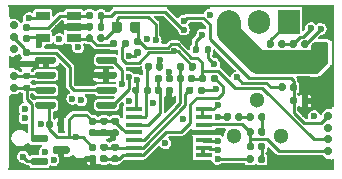
<source format=gbl>
G04 #@! TF.GenerationSoftware,KiCad,Pcbnew,(6.0.8)*
G04 #@! TF.CreationDate,2022-12-09T14:57:26+03:00*
G04 #@! TF.ProjectId,hellen1-wbo,68656c6c-656e-4312-9d77-626f2e6b6963,0.3*
G04 #@! TF.SameCoordinates,PX4a19ba0PY5aa5910*
G04 #@! TF.FileFunction,Copper,L4,Bot*
G04 #@! TF.FilePolarity,Positive*
%FSLAX46Y46*%
G04 Gerber Fmt 4.6, Leading zero omitted, Abs format (unit mm)*
G04 Created by KiCad (PCBNEW (6.0.8)) date 2022-12-09 14:57:26*
%MOMM*%
%LPD*%
G01*
G04 APERTURE LIST*
G04 #@! TA.AperFunction,ComponentPad*
%ADD10C,1.300000*%
G04 #@! TD*
G04 #@! TA.AperFunction,ComponentPad*
%ADD11C,0.700000*%
G04 #@! TD*
G04 #@! TA.AperFunction,SMDPad,CuDef*
%ADD12R,0.250000X6.300000*%
G04 #@! TD*
G04 #@! TA.AperFunction,SMDPad,CuDef*
%ADD13R,0.250000X0.980000*%
G04 #@! TD*
G04 #@! TA.AperFunction,SMDPad,CuDef*
%ADD14R,27.600000X0.250000*%
G04 #@! TD*
G04 #@! TA.AperFunction,SMDPad,CuDef*
%ADD15R,0.250000X1.100000*%
G04 #@! TD*
G04 #@! TA.AperFunction,SMDPad,CuDef*
%ADD16R,0.250000X8.750000*%
G04 #@! TD*
G04 #@! TA.AperFunction,SMDPad,CuDef*
%ADD17R,0.250000X0.950000*%
G04 #@! TD*
G04 #@! TA.AperFunction,ComponentPad*
%ADD18R,1.905000X2.000000*%
G04 #@! TD*
G04 #@! TA.AperFunction,ComponentPad*
%ADD19O,1.905000X2.000000*%
G04 #@! TD*
G04 #@! TA.AperFunction,SMDPad,CuDef*
%ADD20R,1.450000X0.450000*%
G04 #@! TD*
G04 #@! TA.AperFunction,SMDPad,CuDef*
%ADD21R,1.220000X0.650000*%
G04 #@! TD*
G04 #@! TA.AperFunction,ViaPad*
%ADD22C,0.600000*%
G04 #@! TD*
G04 #@! TA.AperFunction,Conductor*
%ADD23C,0.500000*%
G04 #@! TD*
G04 #@! TA.AperFunction,Conductor*
%ADD24C,0.250000*%
G04 #@! TD*
G04 #@! TA.AperFunction,Conductor*
%ADD25C,2.000000*%
G04 #@! TD*
G04 APERTURE END LIST*
D10*
G04 #@! TO.P,Q600,2,D*
G04 #@! TO.N,/LSU_H+*
X23160000Y2950000D03*
X21160000Y5950000D03*
X19160000Y2950000D03*
G04 #@! TD*
D11*
G04 #@! TO.P,M600,E1,LSU_Un*
G04 #@! TO.N,/LSU_Un*
X27150000Y1650000D03*
G04 #@! TO.P,M600,E2,LSU_Vm*
G04 #@! TO.N,/LSU_Vm*
X27150000Y4650000D03*
G04 #@! TO.P,M600,E3,LSU_Ip*
G04 #@! TO.N,/LSU_Ip*
X27150000Y3650000D03*
G04 #@! TO.P,M600,E4,LSU_Rtrim*
G04 #@! TO.N,/LSU_Rtrim*
X27150000Y2650000D03*
D12*
G04 #@! TO.P,M600,G,GND*
G04 #@! TO.N,GND*
X175000Y3200000D03*
D13*
X175000Y9160000D03*
D14*
X13850000Y13925000D03*
D15*
X175000Y13500000D03*
D16*
X27525000Y9675000D03*
D14*
X13850000Y175000D03*
D17*
X27525000Y525000D03*
D11*
G04 #@! TO.P,M600,W1,V5_IN*
G04 #@! TO.N,+5V*
X558800Y11300000D03*
G04 #@! TO.P,M600,W2,CAN_VIO*
G04 #@! TO.N,+3V3*
X558800Y10300000D03*
G04 #@! TO.P,M600,W3,CANH*
G04 #@! TO.N,/CANH*
X558800Y7004000D03*
G04 #@! TO.P,M600,W4,CANL*
G04 #@! TO.N,/CANL*
X558800Y8020000D03*
G04 #@! TO.P,M600,W9,VDDA*
G04 #@! TO.N,Net-(M600-PadW9)*
X558800Y12300000D03*
G04 #@! TD*
D18*
G04 #@! TO.P,Q601,1,G*
G04 #@! TO.N,Net-(Q600-Pad1)*
X23790000Y12625000D03*
D19*
G04 #@! TO.P,Q601,2,D*
G04 #@! TO.N,/LSU_H+*
X21250000Y12625000D03*
G04 #@! TO.P,Q601,3,S*
G04 #@! TO.N,/LSU_H-*
X18710000Y12625000D03*
G04 #@! TD*
G04 #@! TO.P,C605,1*
G04 #@! TO.N,/LSU_Un*
G04 #@! TA.AperFunction,SMDPad,CuDef*
G36*
G01*
X20245000Y1869168D02*
X20245000Y2214168D01*
G75*
G02*
X20392500Y2361668I147500J0D01*
G01*
X20687500Y2361668D01*
G75*
G02*
X20835000Y2214168I0J-147500D01*
G01*
X20835000Y1869168D01*
G75*
G02*
X20687500Y1721668I-147500J0D01*
G01*
X20392500Y1721668D01*
G75*
G02*
X20245000Y1869168I0J147500D01*
G01*
G37*
G04 #@! TD.AperFunction*
G04 #@! TO.P,C605,2*
G04 #@! TO.N,Net-(C605-Pad2)*
G04 #@! TA.AperFunction,SMDPad,CuDef*
G36*
G01*
X21215000Y1869168D02*
X21215000Y2214168D01*
G75*
G02*
X21362500Y2361668I147500J0D01*
G01*
X21657500Y2361668D01*
G75*
G02*
X21805000Y2214168I0J-147500D01*
G01*
X21805000Y1869168D01*
G75*
G02*
X21657500Y1721668I-147500J0D01*
G01*
X21362500Y1721668D01*
G75*
G02*
X21215000Y1869168I0J147500D01*
G01*
G37*
G04 #@! TD.AperFunction*
G04 #@! TD*
G04 #@! TO.P,C607,1*
G04 #@! TO.N,/LSU_Vm*
G04 #@! TA.AperFunction,SMDPad,CuDef*
G36*
G01*
X23920000Y5752500D02*
X23920000Y6097500D01*
G75*
G02*
X24067500Y6245000I147500J0D01*
G01*
X24362500Y6245000D01*
G75*
G02*
X24510000Y6097500I0J-147500D01*
G01*
X24510000Y5752500D01*
G75*
G02*
X24362500Y5605000I-147500J0D01*
G01*
X24067500Y5605000D01*
G75*
G02*
X23920000Y5752500I0J147500D01*
G01*
G37*
G04 #@! TD.AperFunction*
G04 #@! TO.P,C607,2*
G04 #@! TO.N,GND*
G04 #@! TA.AperFunction,SMDPad,CuDef*
G36*
G01*
X24890000Y5752500D02*
X24890000Y6097500D01*
G75*
G02*
X25037500Y6245000I147500J0D01*
G01*
X25332500Y6245000D01*
G75*
G02*
X25480000Y6097500I0J-147500D01*
G01*
X25480000Y5752500D01*
G75*
G02*
X25332500Y5605000I-147500J0D01*
G01*
X25037500Y5605000D01*
G75*
G02*
X24890000Y5752500I0J147500D01*
G01*
G37*
G04 #@! TD.AperFunction*
G04 #@! TD*
G04 #@! TO.P,R609,1*
G04 #@! TO.N,/LSU_Rtrim*
G04 #@! TA.AperFunction,SMDPad,CuDef*
G36*
G01*
X11250000Y12406250D02*
X11250000Y11893750D01*
G75*
G02*
X11031250Y11675000I-218750J0D01*
G01*
X10593750Y11675000D01*
G75*
G02*
X10375000Y11893750I0J218750D01*
G01*
X10375000Y12406250D01*
G75*
G02*
X10593750Y12625000I218750J0D01*
G01*
X11031250Y12625000D01*
G75*
G02*
X11250000Y12406250I0J-218750D01*
G01*
G37*
G04 #@! TD.AperFunction*
G04 #@! TO.P,R609,2*
G04 #@! TO.N,/LSU_Ip*
G04 #@! TA.AperFunction,SMDPad,CuDef*
G36*
G01*
X9675000Y12406250D02*
X9675000Y11893750D01*
G75*
G02*
X9456250Y11675000I-218750J0D01*
G01*
X9018750Y11675000D01*
G75*
G02*
X8800000Y11893750I0J218750D01*
G01*
X8800000Y12406250D01*
G75*
G02*
X9018750Y12625000I218750J0D01*
G01*
X9456250Y12625000D01*
G75*
G02*
X9675000Y12406250I0J-218750D01*
G01*
G37*
G04 #@! TD.AperFunction*
G04 #@! TD*
G04 #@! TO.P,R607,1*
G04 #@! TO.N,Net-(C605-Pad2)*
G04 #@! TA.AperFunction,SMDPad,CuDef*
G36*
G01*
X21805000Y1147500D02*
X21805000Y802500D01*
G75*
G02*
X21657500Y655000I-147500J0D01*
G01*
X21362500Y655000D01*
G75*
G02*
X21215000Y802500I0J147500D01*
G01*
X21215000Y1147500D01*
G75*
G02*
X21362500Y1295000I147500J0D01*
G01*
X21657500Y1295000D01*
G75*
G02*
X21805000Y1147500I0J-147500D01*
G01*
G37*
G04 #@! TD.AperFunction*
G04 #@! TO.P,R607,2*
G04 #@! TO.N,/Nernst_esr_drive*
G04 #@! TA.AperFunction,SMDPad,CuDef*
G36*
G01*
X20835000Y1147500D02*
X20835000Y802500D01*
G75*
G02*
X20687500Y655000I-147500J0D01*
G01*
X20392500Y655000D01*
G75*
G02*
X20245000Y802500I0J147500D01*
G01*
X20245000Y1147500D01*
G75*
G02*
X20392500Y1295000I147500J0D01*
G01*
X20687500Y1295000D01*
G75*
G02*
X20835000Y1147500I0J-147500D01*
G01*
G37*
G04 #@! TD.AperFunction*
G04 #@! TD*
G04 #@! TO.P,R614,1*
G04 #@! TO.N,Net-(R614-Pad1)*
G04 #@! TA.AperFunction,SMDPad,CuDef*
G36*
G01*
X6640709Y11052500D02*
X6640709Y11397500D01*
G75*
G02*
X6788209Y11545000I147500J0D01*
G01*
X7083209Y11545000D01*
G75*
G02*
X7230709Y11397500I0J-147500D01*
G01*
X7230709Y11052500D01*
G75*
G02*
X7083209Y10905000I-147500J0D01*
G01*
X6788209Y10905000D01*
G75*
G02*
X6640709Y11052500I0J147500D01*
G01*
G37*
G04 #@! TD.AperFunction*
G04 #@! TO.P,R614,2*
G04 #@! TO.N,/LSU_Ip*
G04 #@! TA.AperFunction,SMDPad,CuDef*
G36*
G01*
X7610709Y11052500D02*
X7610709Y11397500D01*
G75*
G02*
X7758209Y11545000I147500J0D01*
G01*
X8053209Y11545000D01*
G75*
G02*
X8200709Y11397500I0J-147500D01*
G01*
X8200709Y11052500D01*
G75*
G02*
X8053209Y10905000I-147500J0D01*
G01*
X7758209Y10905000D01*
G75*
G02*
X7610709Y11052500I0J147500D01*
G01*
G37*
G04 #@! TD.AperFunction*
G04 #@! TD*
G04 #@! TO.P,R615,1*
G04 #@! TO.N,Net-(R614-Pad1)*
G04 #@! TA.AperFunction,SMDPad,CuDef*
G36*
G01*
X8695000Y10577500D02*
X8695000Y10922500D01*
G75*
G02*
X8842500Y11070000I147500J0D01*
G01*
X9137500Y11070000D01*
G75*
G02*
X9285000Y10922500I0J-147500D01*
G01*
X9285000Y10577500D01*
G75*
G02*
X9137500Y10430000I-147500J0D01*
G01*
X8842500Y10430000D01*
G75*
G02*
X8695000Y10577500I0J147500D01*
G01*
G37*
G04 #@! TD.AperFunction*
G04 #@! TO.P,R615,2*
G04 #@! TO.N,/Vm*
G04 #@! TA.AperFunction,SMDPad,CuDef*
G36*
G01*
X9665000Y10577500D02*
X9665000Y10922500D01*
G75*
G02*
X9812500Y11070000I147500J0D01*
G01*
X10107500Y11070000D01*
G75*
G02*
X10255000Y10922500I0J-147500D01*
G01*
X10255000Y10577500D01*
G75*
G02*
X10107500Y10430000I-147500J0D01*
G01*
X9812500Y10430000D01*
G75*
G02*
X9665000Y10577500I0J147500D01*
G01*
G37*
G04 #@! TD.AperFunction*
G04 #@! TD*
G04 #@! TO.P,R621,1*
G04 #@! TO.N,Net-(R621-Pad1)*
G04 #@! TA.AperFunction,SMDPad,CuDef*
G36*
G01*
X1427500Y12440000D02*
X1772500Y12440000D01*
G75*
G02*
X1920000Y12292500I0J-147500D01*
G01*
X1920000Y11997500D01*
G75*
G02*
X1772500Y11850000I-147500J0D01*
G01*
X1427500Y11850000D01*
G75*
G02*
X1280000Y11997500I0J147500D01*
G01*
X1280000Y12292500D01*
G75*
G02*
X1427500Y12440000I147500J0D01*
G01*
G37*
G04 #@! TD.AperFunction*
G04 #@! TO.P,R621,2*
G04 #@! TO.N,Net-(R613-Pad1)*
G04 #@! TA.AperFunction,SMDPad,CuDef*
G36*
G01*
X1427500Y11470000D02*
X1772500Y11470000D01*
G75*
G02*
X1920000Y11322500I0J-147500D01*
G01*
X1920000Y11027500D01*
G75*
G02*
X1772500Y10880000I-147500J0D01*
G01*
X1427500Y10880000D01*
G75*
G02*
X1280000Y11027500I0J147500D01*
G01*
X1280000Y11322500D01*
G75*
G02*
X1427500Y11470000I147500J0D01*
G01*
G37*
G04 #@! TD.AperFunction*
G04 #@! TD*
G04 #@! TO.P,R619,1*
G04 #@! TO.N,/LSU_Un_sense*
G04 #@! TA.AperFunction,SMDPad,CuDef*
G36*
G01*
X14005000Y7972500D02*
X14005000Y7627500D01*
G75*
G02*
X13857500Y7480000I-147500J0D01*
G01*
X13562500Y7480000D01*
G75*
G02*
X13415000Y7627500I0J147500D01*
G01*
X13415000Y7972500D01*
G75*
G02*
X13562500Y8120000I147500J0D01*
G01*
X13857500Y8120000D01*
G75*
G02*
X14005000Y7972500I0J-147500D01*
G01*
G37*
G04 #@! TD.AperFunction*
G04 #@! TO.P,R619,2*
G04 #@! TO.N,Net-(R619-Pad2)*
G04 #@! TA.AperFunction,SMDPad,CuDef*
G36*
G01*
X13035000Y7972500D02*
X13035000Y7627500D01*
G75*
G02*
X12887500Y7480000I-147500J0D01*
G01*
X12592500Y7480000D01*
G75*
G02*
X12445000Y7627500I0J147500D01*
G01*
X12445000Y7972500D01*
G75*
G02*
X12592500Y8120000I147500J0D01*
G01*
X12887500Y8120000D01*
G75*
G02*
X13035000Y7972500I0J-147500D01*
G01*
G37*
G04 #@! TD.AperFunction*
G04 #@! TD*
G04 #@! TO.P,R620,1*
G04 #@! TO.N,Net-(R619-Pad2)*
G04 #@! TA.AperFunction,SMDPad,CuDef*
G36*
G01*
X12445000Y6627500D02*
X12445000Y6972500D01*
G75*
G02*
X12592500Y7120000I147500J0D01*
G01*
X12887500Y7120000D01*
G75*
G02*
X13035000Y6972500I0J-147500D01*
G01*
X13035000Y6627500D01*
G75*
G02*
X12887500Y6480000I-147500J0D01*
G01*
X12592500Y6480000D01*
G75*
G02*
X12445000Y6627500I0J147500D01*
G01*
G37*
G04 #@! TD.AperFunction*
G04 #@! TO.P,R620,2*
G04 #@! TO.N,GND*
G04 #@! TA.AperFunction,SMDPad,CuDef*
G36*
G01*
X13415000Y6627500D02*
X13415000Y6972500D01*
G75*
G02*
X13562500Y7120000I147500J0D01*
G01*
X13857500Y7120000D01*
G75*
G02*
X14005000Y6972500I0J-147500D01*
G01*
X14005000Y6627500D01*
G75*
G02*
X13857500Y6480000I-147500J0D01*
G01*
X13562500Y6480000D01*
G75*
G02*
X13415000Y6627500I0J147500D01*
G01*
G37*
G04 #@! TD.AperFunction*
G04 #@! TD*
G04 #@! TO.P,R606,1*
G04 #@! TO.N,/LSU_Vm*
G04 #@! TA.AperFunction,SMDPad,CuDef*
G36*
G01*
X24505000Y7247500D02*
X24505000Y6902500D01*
G75*
G02*
X24357500Y6755000I-147500J0D01*
G01*
X24062500Y6755000D01*
G75*
G02*
X23915000Y6902500I0J147500D01*
G01*
X23915000Y7247500D01*
G75*
G02*
X24062500Y7395000I147500J0D01*
G01*
X24357500Y7395000D01*
G75*
G02*
X24505000Y7247500I0J-147500D01*
G01*
G37*
G04 #@! TD.AperFunction*
G04 #@! TO.P,R606,2*
G04 #@! TO.N,/Vm*
G04 #@! TA.AperFunction,SMDPad,CuDef*
G36*
G01*
X23535000Y7247500D02*
X23535000Y6902500D01*
G75*
G02*
X23387500Y6755000I-147500J0D01*
G01*
X23092500Y6755000D01*
G75*
G02*
X22945000Y6902500I0J147500D01*
G01*
X22945000Y7247500D01*
G75*
G02*
X23092500Y7395000I147500J0D01*
G01*
X23387500Y7395000D01*
G75*
G02*
X23535000Y7247500I0J-147500D01*
G01*
G37*
G04 #@! TD.AperFunction*
G04 #@! TD*
D20*
G04 #@! TO.P,U600,1*
G04 #@! TO.N,Net-(C603-Pad1)*
X10700000Y1300000D03*
G04 #@! TO.P,U600,2,-*
G04 #@! TO.N,Net-(C603-Pad2)*
X10700000Y1950000D03*
G04 #@! TO.P,U600,3,+*
G04 #@! TO.N,Net-(R603-Pad1)*
X10700000Y2600000D03*
G04 #@! TO.P,U600,4,V+*
G04 #@! TO.N,+3V3*
X10700000Y3250000D03*
G04 #@! TO.P,U600,5,+*
G04 #@! TO.N,Net-(R619-Pad2)*
X10700000Y3900000D03*
G04 #@! TO.P,U600,6,-*
G04 #@! TO.N,Net-(R618-Pad2)*
X10700000Y4550000D03*
G04 #@! TO.P,U600,7*
G04 #@! TO.N,/Un_sense*
X10700000Y5200000D03*
G04 #@! TO.P,U600,8*
G04 #@! TO.N,/LSU_Un_sense*
X16600000Y5200000D03*
G04 #@! TO.P,U600,9,-*
X16600000Y4550000D03*
G04 #@! TO.P,U600,10,+*
G04 #@! TO.N,/LSU_Un*
X16600000Y3900000D03*
G04 #@! TO.P,U600,11,V-*
G04 #@! TO.N,GND*
X16600000Y3250000D03*
G04 #@! TO.P,U600,12,+*
G04 #@! TO.N,Net-(C600-Pad1)*
X16600000Y2600000D03*
G04 #@! TO.P,U600,13,-*
G04 #@! TO.N,/Vm*
X16600000Y1950000D03*
G04 #@! TO.P,U600,14*
X16600000Y1300000D03*
G04 #@! TD*
G04 #@! TO.P,C608,1*
G04 #@! TO.N,/Ip_sense*
G04 #@! TA.AperFunction,SMDPad,CuDef*
G36*
G01*
X8205000Y12347500D02*
X8205000Y12002500D01*
G75*
G02*
X8057500Y11855000I-147500J0D01*
G01*
X7762500Y11855000D01*
G75*
G02*
X7615000Y12002500I0J147500D01*
G01*
X7615000Y12347500D01*
G75*
G02*
X7762500Y12495000I147500J0D01*
G01*
X8057500Y12495000D01*
G75*
G02*
X8205000Y12347500I0J-147500D01*
G01*
G37*
G04 #@! TD.AperFunction*
G04 #@! TO.P,C608,2*
G04 #@! TO.N,GND*
G04 #@! TA.AperFunction,SMDPad,CuDef*
G36*
G01*
X7235000Y12347500D02*
X7235000Y12002500D01*
G75*
G02*
X7087500Y11855000I-147500J0D01*
G01*
X6792500Y11855000D01*
G75*
G02*
X6645000Y12002500I0J147500D01*
G01*
X6645000Y12347500D01*
G75*
G02*
X6792500Y12495000I147500J0D01*
G01*
X7087500Y12495000D01*
G75*
G02*
X7235000Y12347500I0J-147500D01*
G01*
G37*
G04 #@! TD.AperFunction*
G04 #@! TD*
G04 #@! TO.P,R624,1*
G04 #@! TO.N,Net-(R621-Pad1)*
G04 #@! TA.AperFunction,SMDPad,CuDef*
G36*
G01*
X6645000Y12952500D02*
X6645000Y13297500D01*
G75*
G02*
X6792500Y13445000I147500J0D01*
G01*
X7087500Y13445000D01*
G75*
G02*
X7235000Y13297500I0J-147500D01*
G01*
X7235000Y12952500D01*
G75*
G02*
X7087500Y12805000I-147500J0D01*
G01*
X6792500Y12805000D01*
G75*
G02*
X6645000Y12952500I0J147500D01*
G01*
G37*
G04 #@! TD.AperFunction*
G04 #@! TO.P,R624,2*
G04 #@! TO.N,/Ip_sense*
G04 #@! TA.AperFunction,SMDPad,CuDef*
G36*
G01*
X7615000Y12952500D02*
X7615000Y13297500D01*
G75*
G02*
X7762500Y13445000I147500J0D01*
G01*
X8057500Y13445000D01*
G75*
G02*
X8205000Y13297500I0J-147500D01*
G01*
X8205000Y12952500D01*
G75*
G02*
X8057500Y12805000I-147500J0D01*
G01*
X7762500Y12805000D01*
G75*
G02*
X7615000Y12952500I0J147500D01*
G01*
G37*
G04 #@! TD.AperFunction*
G04 #@! TD*
G04 #@! TO.P,R622,1*
G04 #@! TO.N,Net-(Q600-Pad1)*
G04 #@! TA.AperFunction,SMDPad,CuDef*
G36*
G01*
X21945000Y10552500D02*
X21945000Y10897500D01*
G75*
G02*
X22092500Y11045000I147500J0D01*
G01*
X22387500Y11045000D01*
G75*
G02*
X22535000Y10897500I0J-147500D01*
G01*
X22535000Y10552500D01*
G75*
G02*
X22387500Y10405000I-147500J0D01*
G01*
X22092500Y10405000D01*
G75*
G02*
X21945000Y10552500I0J147500D01*
G01*
G37*
G04 #@! TD.AperFunction*
G04 #@! TO.P,R622,2*
G04 #@! TO.N,/heater_pwm*
G04 #@! TA.AperFunction,SMDPad,CuDef*
G36*
G01*
X22915000Y10552500D02*
X22915000Y10897500D01*
G75*
G02*
X23062500Y11045000I147500J0D01*
G01*
X23357500Y11045000D01*
G75*
G02*
X23505000Y10897500I0J-147500D01*
G01*
X23505000Y10552500D01*
G75*
G02*
X23357500Y10405000I-147500J0D01*
G01*
X23062500Y10405000D01*
G75*
G02*
X22915000Y10552500I0J147500D01*
G01*
G37*
G04 #@! TD.AperFunction*
G04 #@! TD*
G04 #@! TO.P,R612,1*
G04 #@! TO.N,/LSU_Un*
G04 #@! TA.AperFunction,SMDPad,CuDef*
G36*
G01*
X20245000Y3110834D02*
X20245000Y3455834D01*
G75*
G02*
X20392500Y3603334I147500J0D01*
G01*
X20687500Y3603334D01*
G75*
G02*
X20835000Y3455834I0J-147500D01*
G01*
X20835000Y3110834D01*
G75*
G02*
X20687500Y2963334I-147500J0D01*
G01*
X20392500Y2963334D01*
G75*
G02*
X20245000Y3110834I0J147500D01*
G01*
G37*
G04 #@! TD.AperFunction*
G04 #@! TO.P,R612,2*
G04 #@! TO.N,Net-(R611-Pad1)*
G04 #@! TA.AperFunction,SMDPad,CuDef*
G36*
G01*
X21215000Y3110834D02*
X21215000Y3455834D01*
G75*
G02*
X21362500Y3603334I147500J0D01*
G01*
X21657500Y3603334D01*
G75*
G02*
X21805000Y3455834I0J-147500D01*
G01*
X21805000Y3110834D01*
G75*
G02*
X21657500Y2963334I-147500J0D01*
G01*
X21362500Y2963334D01*
G75*
G02*
X21215000Y3110834I0J147500D01*
G01*
G37*
G04 #@! TD.AperFunction*
G04 #@! TD*
G04 #@! TO.P,R618,1*
G04 #@! TO.N,/LSU_Vm*
G04 #@! TA.AperFunction,SMDPad,CuDef*
G36*
G01*
X13180000Y8972500D02*
X13180000Y8627500D01*
G75*
G02*
X13032500Y8480000I-147500J0D01*
G01*
X12737500Y8480000D01*
G75*
G02*
X12590000Y8627500I0J147500D01*
G01*
X12590000Y8972500D01*
G75*
G02*
X12737500Y9120000I147500J0D01*
G01*
X13032500Y9120000D01*
G75*
G02*
X13180000Y8972500I0J-147500D01*
G01*
G37*
G04 #@! TD.AperFunction*
G04 #@! TO.P,R618,2*
G04 #@! TO.N,Net-(R618-Pad2)*
G04 #@! TA.AperFunction,SMDPad,CuDef*
G36*
G01*
X12210000Y8972500D02*
X12210000Y8627500D01*
G75*
G02*
X12062500Y8480000I-147500J0D01*
G01*
X11767500Y8480000D01*
G75*
G02*
X11620000Y8627500I0J147500D01*
G01*
X11620000Y8972500D01*
G75*
G02*
X11767500Y9120000I147500J0D01*
G01*
X12062500Y9120000D01*
G75*
G02*
X12210000Y8972500I0J-147500D01*
G01*
G37*
G04 #@! TD.AperFunction*
G04 #@! TD*
G04 #@! TO.P,R616,1*
G04 #@! TO.N,Net-(D600-Pad2)*
G04 #@! TA.AperFunction,SMDPad,CuDef*
G36*
G01*
X25455000Y10897500D02*
X25455000Y10552500D01*
G75*
G02*
X25307500Y10405000I-147500J0D01*
G01*
X25012500Y10405000D01*
G75*
G02*
X24865000Y10552500I0J147500D01*
G01*
X24865000Y10897500D01*
G75*
G02*
X25012500Y11045000I147500J0D01*
G01*
X25307500Y11045000D01*
G75*
G02*
X25455000Y10897500I0J-147500D01*
G01*
G37*
G04 #@! TD.AperFunction*
G04 #@! TO.P,R616,2*
G04 #@! TO.N,/heater_pwm*
G04 #@! TA.AperFunction,SMDPad,CuDef*
G36*
G01*
X24485000Y10897500D02*
X24485000Y10552500D01*
G75*
G02*
X24337500Y10405000I-147500J0D01*
G01*
X24042500Y10405000D01*
G75*
G02*
X23895000Y10552500I0J147500D01*
G01*
X23895000Y10897500D01*
G75*
G02*
X24042500Y11045000I147500J0D01*
G01*
X24337500Y11045000D01*
G75*
G02*
X24485000Y10897500I0J-147500D01*
G01*
G37*
G04 #@! TD.AperFunction*
G04 #@! TD*
G04 #@! TO.P,R623,1*
G04 #@! TO.N,Net-(R618-Pad2)*
G04 #@! TA.AperFunction,SMDPad,CuDef*
G36*
G01*
X12130000Y6972500D02*
X12130000Y6627500D01*
G75*
G02*
X11982500Y6480000I-147500J0D01*
G01*
X11687500Y6480000D01*
G75*
G02*
X11540000Y6627500I0J147500D01*
G01*
X11540000Y6972500D01*
G75*
G02*
X11687500Y7120000I147500J0D01*
G01*
X11982500Y7120000D01*
G75*
G02*
X12130000Y6972500I0J-147500D01*
G01*
G37*
G04 #@! TD.AperFunction*
G04 #@! TO.P,R623,2*
G04 #@! TO.N,/Un_sense*
G04 #@! TA.AperFunction,SMDPad,CuDef*
G36*
G01*
X11160000Y6972500D02*
X11160000Y6627500D01*
G75*
G02*
X11012500Y6480000I-147500J0D01*
G01*
X10717500Y6480000D01*
G75*
G02*
X10570000Y6627500I0J147500D01*
G01*
X10570000Y6972500D01*
G75*
G02*
X10717500Y7120000I147500J0D01*
G01*
X11012500Y7120000D01*
G75*
G02*
X11160000Y6972500I0J-147500D01*
G01*
G37*
G04 #@! TD.AperFunction*
G04 #@! TD*
G04 #@! TO.P,R604,1*
G04 #@! TO.N,Net-(C603-Pad1)*
G04 #@! TA.AperFunction,SMDPad,CuDef*
G36*
G01*
X9272500Y720000D02*
X8927500Y720000D01*
G75*
G02*
X8780000Y867500I0J147500D01*
G01*
X8780000Y1162500D01*
G75*
G02*
X8927500Y1310000I147500J0D01*
G01*
X9272500Y1310000D01*
G75*
G02*
X9420000Y1162500I0J-147500D01*
G01*
X9420000Y867500D01*
G75*
G02*
X9272500Y720000I-147500J0D01*
G01*
G37*
G04 #@! TD.AperFunction*
G04 #@! TO.P,R604,2*
G04 #@! TO.N,Net-(C603-Pad2)*
G04 #@! TA.AperFunction,SMDPad,CuDef*
G36*
G01*
X9272500Y1690000D02*
X8927500Y1690000D01*
G75*
G02*
X8780000Y1837500I0J147500D01*
G01*
X8780000Y2132500D01*
G75*
G02*
X8927500Y2280000I147500J0D01*
G01*
X9272500Y2280000D01*
G75*
G02*
X9420000Y2132500I0J-147500D01*
G01*
X9420000Y1837500D01*
G75*
G02*
X9272500Y1690000I-147500J0D01*
G01*
G37*
G04 #@! TD.AperFunction*
G04 #@! TD*
G04 #@! TO.P,R605,1*
G04 #@! TO.N,/LSU_Rtrim*
G04 #@! TA.AperFunction,SMDPad,CuDef*
G36*
G01*
X15905000Y7972500D02*
X15905000Y7627500D01*
G75*
G02*
X15757500Y7480000I-147500J0D01*
G01*
X15462500Y7480000D01*
G75*
G02*
X15315000Y7627500I0J147500D01*
G01*
X15315000Y7972500D01*
G75*
G02*
X15462500Y8120000I147500J0D01*
G01*
X15757500Y8120000D01*
G75*
G02*
X15905000Y7972500I0J-147500D01*
G01*
G37*
G04 #@! TD.AperFunction*
G04 #@! TO.P,R605,2*
G04 #@! TO.N,Net-(R603-Pad1)*
G04 #@! TA.AperFunction,SMDPad,CuDef*
G36*
G01*
X14935000Y7972500D02*
X14935000Y7627500D01*
G75*
G02*
X14787500Y7480000I-147500J0D01*
G01*
X14492500Y7480000D01*
G75*
G02*
X14345000Y7627500I0J147500D01*
G01*
X14345000Y7972500D01*
G75*
G02*
X14492500Y8120000I147500J0D01*
G01*
X14787500Y8120000D01*
G75*
G02*
X14935000Y7972500I0J-147500D01*
G01*
G37*
G04 #@! TD.AperFunction*
G04 #@! TD*
G04 #@! TO.P,R608,1*
G04 #@! TO.N,/LSU_Rtrim*
G04 #@! TA.AperFunction,SMDPad,CuDef*
G36*
G01*
X16245000Y7627500D02*
X16245000Y7972500D01*
G75*
G02*
X16392500Y8120000I147500J0D01*
G01*
X16687500Y8120000D01*
G75*
G02*
X16835000Y7972500I0J-147500D01*
G01*
X16835000Y7627500D01*
G75*
G02*
X16687500Y7480000I-147500J0D01*
G01*
X16392500Y7480000D01*
G75*
G02*
X16245000Y7627500I0J147500D01*
G01*
G37*
G04 #@! TD.AperFunction*
G04 #@! TO.P,R608,2*
G04 #@! TO.N,Net-(C603-Pad1)*
G04 #@! TA.AperFunction,SMDPad,CuDef*
G36*
G01*
X17215000Y7627500D02*
X17215000Y7972500D01*
G75*
G02*
X17362500Y8120000I147500J0D01*
G01*
X17657500Y8120000D01*
G75*
G02*
X17805000Y7972500I0J-147500D01*
G01*
X17805000Y7627500D01*
G75*
G02*
X17657500Y7480000I-147500J0D01*
G01*
X17362500Y7480000D01*
G75*
G02*
X17215000Y7627500I0J147500D01*
G01*
G37*
G04 #@! TD.AperFunction*
G04 #@! TD*
G04 #@! TO.P,C603,1*
G04 #@! TO.N,Net-(C603-Pad1)*
G04 #@! TA.AperFunction,SMDPad,CuDef*
G36*
G01*
X8322500Y720000D02*
X7977500Y720000D01*
G75*
G02*
X7830000Y867500I0J147500D01*
G01*
X7830000Y1162500D01*
G75*
G02*
X7977500Y1310000I147500J0D01*
G01*
X8322500Y1310000D01*
G75*
G02*
X8470000Y1162500I0J-147500D01*
G01*
X8470000Y867500D01*
G75*
G02*
X8322500Y720000I-147500J0D01*
G01*
G37*
G04 #@! TD.AperFunction*
G04 #@! TO.P,C603,2*
G04 #@! TO.N,Net-(C603-Pad2)*
G04 #@! TA.AperFunction,SMDPad,CuDef*
G36*
G01*
X8322500Y1690000D02*
X7977500Y1690000D01*
G75*
G02*
X7830000Y1837500I0J147500D01*
G01*
X7830000Y2132500D01*
G75*
G02*
X7977500Y2280000I147500J0D01*
G01*
X8322500Y2280000D01*
G75*
G02*
X8470000Y2132500I0J-147500D01*
G01*
X8470000Y1837500D01*
G75*
G02*
X8322500Y1690000I-147500J0D01*
G01*
G37*
G04 #@! TD.AperFunction*
G04 #@! TD*
D21*
G04 #@! TO.P,U601,1*
G04 #@! TO.N,Net-(R621-Pad1)*
X5610000Y13125000D03*
G04 #@! TO.P,U601,2,V-*
G04 #@! TO.N,GND*
X5610000Y12175000D03*
G04 #@! TO.P,U601,3,+*
G04 #@! TO.N,Net-(R614-Pad1)*
X5610000Y11225000D03*
G04 #@! TO.P,U601,4,-*
G04 #@! TO.N,Net-(R613-Pad1)*
X2990000Y11225000D03*
G04 #@! TO.P,U601,5,V+*
G04 #@! TO.N,+3V3*
X2990000Y13125000D03*
G04 #@! TD*
G04 #@! TO.P,R603,1*
G04 #@! TO.N,Net-(R603-Pad1)*
G04 #@! TA.AperFunction,SMDPad,CuDef*
G36*
G01*
X14370000Y8627500D02*
X14370000Y8972500D01*
G75*
G02*
X14517500Y9120000I147500J0D01*
G01*
X14812500Y9120000D01*
G75*
G02*
X14960000Y8972500I0J-147500D01*
G01*
X14960000Y8627500D01*
G75*
G02*
X14812500Y8480000I-147500J0D01*
G01*
X14517500Y8480000D01*
G75*
G02*
X14370000Y8627500I0J147500D01*
G01*
G37*
G04 #@! TD.AperFunction*
G04 #@! TO.P,R603,2*
G04 #@! TO.N,/Vm*
G04 #@! TA.AperFunction,SMDPad,CuDef*
G36*
G01*
X15340000Y8627500D02*
X15340000Y8972500D01*
G75*
G02*
X15487500Y9120000I147500J0D01*
G01*
X15782500Y9120000D01*
G75*
G02*
X15930000Y8972500I0J-147500D01*
G01*
X15930000Y8627500D01*
G75*
G02*
X15782500Y8480000I-147500J0D01*
G01*
X15487500Y8480000D01*
G75*
G02*
X15340000Y8627500I0J147500D01*
G01*
G37*
G04 #@! TD.AperFunction*
G04 #@! TD*
G04 #@! TO.P,R613,1*
G04 #@! TO.N,Net-(R613-Pad1)*
G04 #@! TA.AperFunction,SMDPad,CuDef*
G36*
G01*
X11172500Y9670000D02*
X10827500Y9670000D01*
G75*
G02*
X10680000Y9817500I0J147500D01*
G01*
X10680000Y10112500D01*
G75*
G02*
X10827500Y10260000I147500J0D01*
G01*
X11172500Y10260000D01*
G75*
G02*
X11320000Y10112500I0J-147500D01*
G01*
X11320000Y9817500D01*
G75*
G02*
X11172500Y9670000I-147500J0D01*
G01*
G37*
G04 #@! TD.AperFunction*
G04 #@! TO.P,R613,2*
G04 #@! TO.N,/LSU_Rtrim*
G04 #@! TA.AperFunction,SMDPad,CuDef*
G36*
G01*
X11172500Y10640000D02*
X10827500Y10640000D01*
G75*
G02*
X10680000Y10787500I0J147500D01*
G01*
X10680000Y11082500D01*
G75*
G02*
X10827500Y11230000I147500J0D01*
G01*
X11172500Y11230000D01*
G75*
G02*
X11320000Y11082500I0J-147500D01*
G01*
X11320000Y10787500D01*
G75*
G02*
X11172500Y10640000I-147500J0D01*
G01*
G37*
G04 #@! TD.AperFunction*
G04 #@! TD*
G04 #@! TO.P,C601,1*
G04 #@! TO.N,+3V3*
G04 #@! TA.AperFunction,SMDPad,CuDef*
G36*
G01*
X8927500Y4480000D02*
X9272500Y4480000D01*
G75*
G02*
X9420000Y4332500I0J-147500D01*
G01*
X9420000Y4037500D01*
G75*
G02*
X9272500Y3890000I-147500J0D01*
G01*
X8927500Y3890000D01*
G75*
G02*
X8780000Y4037500I0J147500D01*
G01*
X8780000Y4332500D01*
G75*
G02*
X8927500Y4480000I147500J0D01*
G01*
G37*
G04 #@! TD.AperFunction*
G04 #@! TO.P,C601,2*
G04 #@! TO.N,GND*
G04 #@! TA.AperFunction,SMDPad,CuDef*
G36*
G01*
X8927500Y3510000D02*
X9272500Y3510000D01*
G75*
G02*
X9420000Y3362500I0J-147500D01*
G01*
X9420000Y3067500D01*
G75*
G02*
X9272500Y2920000I-147500J0D01*
G01*
X8927500Y2920000D01*
G75*
G02*
X8780000Y3067500I0J147500D01*
G01*
X8780000Y3362500D01*
G75*
G02*
X8927500Y3510000I147500J0D01*
G01*
G37*
G04 #@! TD.AperFunction*
G04 #@! TD*
G04 #@! TO.P,R610,1*
G04 #@! TO.N,Net-(R610-Pad1)*
G04 #@! TA.AperFunction,SMDPad,CuDef*
G36*
G01*
X19880000Y4722500D02*
X19880000Y4377500D01*
G75*
G02*
X19732500Y4230000I-147500J0D01*
G01*
X19437500Y4230000D01*
G75*
G02*
X19290000Y4377500I0J147500D01*
G01*
X19290000Y4722500D01*
G75*
G02*
X19437500Y4870000I147500J0D01*
G01*
X19732500Y4870000D01*
G75*
G02*
X19880000Y4722500I0J-147500D01*
G01*
G37*
G04 #@! TD.AperFunction*
G04 #@! TO.P,R610,2*
G04 #@! TO.N,+3V3*
G04 #@! TA.AperFunction,SMDPad,CuDef*
G36*
G01*
X18910000Y4722500D02*
X18910000Y4377500D01*
G75*
G02*
X18762500Y4230000I-147500J0D01*
G01*
X18467500Y4230000D01*
G75*
G02*
X18320000Y4377500I0J147500D01*
G01*
X18320000Y4722500D01*
G75*
G02*
X18467500Y4870000I147500J0D01*
G01*
X18762500Y4870000D01*
G75*
G02*
X18910000Y4722500I0J-147500D01*
G01*
G37*
G04 #@! TD.AperFunction*
G04 #@! TD*
G04 #@! TO.P,R611,1*
G04 #@! TO.N,Net-(R611-Pad1)*
G04 #@! TA.AperFunction,SMDPad,CuDef*
G36*
G01*
X21805000Y4722500D02*
X21805000Y4377500D01*
G75*
G02*
X21657500Y4230000I-147500J0D01*
G01*
X21362500Y4230000D01*
G75*
G02*
X21215000Y4377500I0J147500D01*
G01*
X21215000Y4722500D01*
G75*
G02*
X21362500Y4870000I147500J0D01*
G01*
X21657500Y4870000D01*
G75*
G02*
X21805000Y4722500I0J-147500D01*
G01*
G37*
G04 #@! TD.AperFunction*
G04 #@! TO.P,R611,2*
G04 #@! TO.N,Net-(R610-Pad1)*
G04 #@! TA.AperFunction,SMDPad,CuDef*
G36*
G01*
X20835000Y4722500D02*
X20835000Y4377500D01*
G75*
G02*
X20687500Y4230000I-147500J0D01*
G01*
X20392500Y4230000D01*
G75*
G02*
X20245000Y4377500I0J147500D01*
G01*
X20245000Y4722500D01*
G75*
G02*
X20392500Y4870000I147500J0D01*
G01*
X20687500Y4870000D01*
G75*
G02*
X20835000Y4722500I0J-147500D01*
G01*
G37*
G04 #@! TD.AperFunction*
G04 #@! TD*
G04 #@! TO.P,C602,1*
G04 #@! TO.N,+3V3*
G04 #@! TA.AperFunction,SMDPad,CuDef*
G36*
G01*
X7977500Y4480000D02*
X8322500Y4480000D01*
G75*
G02*
X8470000Y4332500I0J-147500D01*
G01*
X8470000Y4037500D01*
G75*
G02*
X8322500Y3890000I-147500J0D01*
G01*
X7977500Y3890000D01*
G75*
G02*
X7830000Y4037500I0J147500D01*
G01*
X7830000Y4332500D01*
G75*
G02*
X7977500Y4480000I147500J0D01*
G01*
G37*
G04 #@! TD.AperFunction*
G04 #@! TO.P,C602,2*
G04 #@! TO.N,GND*
G04 #@! TA.AperFunction,SMDPad,CuDef*
G36*
G01*
X7977500Y3510000D02*
X8322500Y3510000D01*
G75*
G02*
X8470000Y3362500I0J-147500D01*
G01*
X8470000Y3067500D01*
G75*
G02*
X8322500Y2920000I-147500J0D01*
G01*
X7977500Y2920000D01*
G75*
G02*
X7830000Y3067500I0J147500D01*
G01*
X7830000Y3362500D01*
G75*
G02*
X7977500Y3510000I147500J0D01*
G01*
G37*
G04 #@! TD.AperFunction*
G04 #@! TD*
G04 #@! TO.P,R602,1*
G04 #@! TO.N,/Ip_dac*
G04 #@! TA.AperFunction,SMDPad,CuDef*
G36*
G01*
X16705000Y6972500D02*
X16705000Y6627500D01*
G75*
G02*
X16557500Y6480000I-147500J0D01*
G01*
X16262500Y6480000D01*
G75*
G02*
X16115000Y6627500I0J147500D01*
G01*
X16115000Y6972500D01*
G75*
G02*
X16262500Y7120000I147500J0D01*
G01*
X16557500Y7120000D01*
G75*
G02*
X16705000Y6972500I0J-147500D01*
G01*
G37*
G04 #@! TD.AperFunction*
G04 #@! TO.P,R602,2*
G04 #@! TO.N,Net-(C603-Pad2)*
G04 #@! TA.AperFunction,SMDPad,CuDef*
G36*
G01*
X15735000Y6972500D02*
X15735000Y6627500D01*
G75*
G02*
X15587500Y6480000I-147500J0D01*
G01*
X15292500Y6480000D01*
G75*
G02*
X15145000Y6627500I0J147500D01*
G01*
X15145000Y6972500D01*
G75*
G02*
X15292500Y7120000I147500J0D01*
G01*
X15587500Y7120000D01*
G75*
G02*
X15735000Y6972500I0J-147500D01*
G01*
G37*
G04 #@! TD.AperFunction*
G04 #@! TD*
G04 #@! TO.P,C604,1*
G04 #@! TO.N,+3V3*
G04 #@! TA.AperFunction,SMDPad,CuDef*
G36*
G01*
X7027500Y4480000D02*
X7372500Y4480000D01*
G75*
G02*
X7520000Y4332500I0J-147500D01*
G01*
X7520000Y4037500D01*
G75*
G02*
X7372500Y3890000I-147500J0D01*
G01*
X7027500Y3890000D01*
G75*
G02*
X6880000Y4037500I0J147500D01*
G01*
X6880000Y4332500D01*
G75*
G02*
X7027500Y4480000I147500J0D01*
G01*
G37*
G04 #@! TD.AperFunction*
G04 #@! TO.P,C604,2*
G04 #@! TO.N,GND*
G04 #@! TA.AperFunction,SMDPad,CuDef*
G36*
G01*
X7027500Y3510000D02*
X7372500Y3510000D01*
G75*
G02*
X7520000Y3362500I0J-147500D01*
G01*
X7520000Y3067500D01*
G75*
G02*
X7372500Y2920000I-147500J0D01*
G01*
X7027500Y2920000D01*
G75*
G02*
X6880000Y3067500I0J147500D01*
G01*
X6880000Y3362500D01*
G75*
G02*
X7027500Y3510000I147500J0D01*
G01*
G37*
G04 #@! TD.AperFunction*
G04 #@! TD*
G04 #@! TO.P,C606,1*
G04 #@! TO.N,+3V3*
G04 #@! TA.AperFunction,SMDPad,CuDef*
G36*
G01*
X7027500Y2280000D02*
X7372500Y2280000D01*
G75*
G02*
X7520000Y2132500I0J-147500D01*
G01*
X7520000Y1837500D01*
G75*
G02*
X7372500Y1690000I-147500J0D01*
G01*
X7027500Y1690000D01*
G75*
G02*
X6880000Y1837500I0J147500D01*
G01*
X6880000Y2132500D01*
G75*
G02*
X7027500Y2280000I147500J0D01*
G01*
G37*
G04 #@! TD.AperFunction*
G04 #@! TO.P,C606,2*
G04 #@! TO.N,GND*
G04 #@! TA.AperFunction,SMDPad,CuDef*
G36*
G01*
X7027500Y1310000D02*
X7372500Y1310000D01*
G75*
G02*
X7520000Y1162500I0J-147500D01*
G01*
X7520000Y867500D01*
G75*
G02*
X7372500Y720000I-147500J0D01*
G01*
X7027500Y720000D01*
G75*
G02*
X6880000Y867500I0J147500D01*
G01*
X6880000Y1162500D01*
G75*
G02*
X7027500Y1310000I147500J0D01*
G01*
G37*
G04 #@! TD.AperFunction*
G04 #@! TD*
G04 #@! TO.P,C618,1*
G04 #@! TO.N,+3V3*
G04 #@! TA.AperFunction,SMDPad,CuDef*
G36*
G01*
X3264936Y3755000D02*
X3264936Y4095000D01*
G75*
G02*
X3404936Y4235000I140000J0D01*
G01*
X3684936Y4235000D01*
G75*
G02*
X3824936Y4095000I0J-140000D01*
G01*
X3824936Y3755000D01*
G75*
G02*
X3684936Y3615000I-140000J0D01*
G01*
X3404936Y3615000D01*
G75*
G02*
X3264936Y3755000I0J140000D01*
G01*
G37*
G04 #@! TD.AperFunction*
G04 #@! TO.P,C618,2*
G04 #@! TO.N,GND*
G04 #@! TA.AperFunction,SMDPad,CuDef*
G36*
G01*
X4224936Y3755000D02*
X4224936Y4095000D01*
G75*
G02*
X4364936Y4235000I140000J0D01*
G01*
X4644936Y4235000D01*
G75*
G02*
X4784936Y4095000I0J-140000D01*
G01*
X4784936Y3755000D01*
G75*
G02*
X4644936Y3615000I-140000J0D01*
G01*
X4364936Y3615000D01*
G75*
G02*
X4224936Y3755000I0J140000D01*
G01*
G37*
G04 #@! TD.AperFunction*
G04 #@! TD*
G04 #@! TO.P,R630,1*
G04 #@! TO.N,VDDA*
G04 #@! TA.AperFunction,SMDPad,CuDef*
G36*
G01*
X17220000Y10425000D02*
X17220000Y10055000D01*
G75*
G02*
X17085000Y9920000I-135000J0D01*
G01*
X16815000Y9920000D01*
G75*
G02*
X16680000Y10055000I0J135000D01*
G01*
X16680000Y10425000D01*
G75*
G02*
X16815000Y10560000I135000J0D01*
G01*
X17085000Y10560000D01*
G75*
G02*
X17220000Y10425000I0J-135000D01*
G01*
G37*
G04 #@! TD.AperFunction*
G04 #@! TO.P,R630,2*
G04 #@! TO.N,Net-(M600-PadW9)*
G04 #@! TA.AperFunction,SMDPad,CuDef*
G36*
G01*
X16200000Y10425000D02*
X16200000Y10055000D01*
G75*
G02*
X16065000Y9920000I-135000J0D01*
G01*
X15795000Y9920000D01*
G75*
G02*
X15660000Y10055000I0J135000D01*
G01*
X15660000Y10425000D01*
G75*
G02*
X15795000Y10560000I135000J0D01*
G01*
X16065000Y10560000D01*
G75*
G02*
X16200000Y10425000I0J-135000D01*
G01*
G37*
G04 #@! TD.AperFunction*
G04 #@! TD*
G04 #@! TO.P,R629,1*
G04 #@! TO.N,/CANH*
G04 #@! TA.AperFunction,SMDPad,CuDef*
G36*
G01*
X1795000Y6733652D02*
X1425000Y6733652D01*
G75*
G02*
X1290000Y6868652I0J135000D01*
G01*
X1290000Y7138652D01*
G75*
G02*
X1425000Y7273652I135000J0D01*
G01*
X1795000Y7273652D01*
G75*
G02*
X1930000Y7138652I0J-135000D01*
G01*
X1930000Y6868652D01*
G75*
G02*
X1795000Y6733652I-135000J0D01*
G01*
G37*
G04 #@! TD.AperFunction*
G04 #@! TO.P,R629,2*
G04 #@! TO.N,/CANL*
G04 #@! TA.AperFunction,SMDPad,CuDef*
G36*
G01*
X1795000Y7753652D02*
X1425000Y7753652D01*
G75*
G02*
X1290000Y7888652I0J135000D01*
G01*
X1290000Y8158652D01*
G75*
G02*
X1425000Y8293652I135000J0D01*
G01*
X1795000Y8293652D01*
G75*
G02*
X1930000Y8158652I0J-135000D01*
G01*
X1930000Y7888652D01*
G75*
G02*
X1795000Y7753652I-135000J0D01*
G01*
G37*
G04 #@! TD.AperFunction*
G04 #@! TD*
G04 #@! TO.P,D604,1,G*
G04 #@! TO.N,/CANL*
G04 #@! TA.AperFunction,SMDPad,CuDef*
G36*
G01*
X1950000Y650000D02*
X1950000Y950000D01*
G75*
G02*
X2100000Y1100000I150000J0D01*
G01*
X3275000Y1100000D01*
G75*
G02*
X3425000Y950000I0J-150000D01*
G01*
X3425000Y650000D01*
G75*
G02*
X3275000Y500000I-150000J0D01*
G01*
X2100000Y500000D01*
G75*
G02*
X1950000Y650000I0J150000D01*
G01*
G37*
G04 #@! TD.AperFunction*
G04 #@! TO.P,D604,2,D*
G04 #@! TO.N,/CANH*
G04 #@! TA.AperFunction,SMDPad,CuDef*
G36*
G01*
X1950000Y2550000D02*
X1950000Y2850000D01*
G75*
G02*
X2100000Y3000000I150000J0D01*
G01*
X3275000Y3000000D01*
G75*
G02*
X3425000Y2850000I0J-150000D01*
G01*
X3425000Y2550000D01*
G75*
G02*
X3275000Y2400000I-150000J0D01*
G01*
X2100000Y2400000D01*
G75*
G02*
X1950000Y2550000I0J150000D01*
G01*
G37*
G04 #@! TD.AperFunction*
G04 #@! TO.P,D604,3,S*
G04 #@! TO.N,GND*
G04 #@! TA.AperFunction,SMDPad,CuDef*
G36*
G01*
X3825000Y1600000D02*
X3825000Y1900000D01*
G75*
G02*
X3975000Y2050000I150000J0D01*
G01*
X5150000Y2050000D01*
G75*
G02*
X5300000Y1900000I0J-150000D01*
G01*
X5300000Y1600000D01*
G75*
G02*
X5150000Y1450000I-150000J0D01*
G01*
X3975000Y1450000D01*
G75*
G02*
X3825000Y1600000I0J150000D01*
G01*
G37*
G04 #@! TD.AperFunction*
G04 #@! TD*
G04 #@! TO.P,C617,1*
G04 #@! TO.N,+5V*
G04 #@! TA.AperFunction,SMDPad,CuDef*
G36*
G01*
X1430000Y10284628D02*
X1770000Y10284628D01*
G75*
G02*
X1910000Y10144628I0J-140000D01*
G01*
X1910000Y9864628D01*
G75*
G02*
X1770000Y9724628I-140000J0D01*
G01*
X1430000Y9724628D01*
G75*
G02*
X1290000Y9864628I0J140000D01*
G01*
X1290000Y10144628D01*
G75*
G02*
X1430000Y10284628I140000J0D01*
G01*
G37*
G04 #@! TD.AperFunction*
G04 #@! TO.P,C617,2*
G04 #@! TO.N,GND*
G04 #@! TA.AperFunction,SMDPad,CuDef*
G36*
G01*
X1430000Y9324628D02*
X1770000Y9324628D01*
G75*
G02*
X1910000Y9184628I0J-140000D01*
G01*
X1910000Y8904628D01*
G75*
G02*
X1770000Y8764628I-140000J0D01*
G01*
X1430000Y8764628D01*
G75*
G02*
X1290000Y8904628I0J140000D01*
G01*
X1290000Y9184628D01*
G75*
G02*
X1430000Y9324628I140000J0D01*
G01*
G37*
G04 #@! TD.AperFunction*
G04 #@! TD*
G04 #@! TO.P,U605,1,TXD*
G04 #@! TO.N,/CAN_TX*
G04 #@! TA.AperFunction,SMDPad,CuDef*
G36*
G01*
X9250000Y9504628D02*
X9250000Y9204628D01*
G75*
G02*
X9100000Y9054628I-150000J0D01*
G01*
X7650000Y9054628D01*
G75*
G02*
X7500000Y9204628I0J150000D01*
G01*
X7500000Y9504628D01*
G75*
G02*
X7650000Y9654628I150000J0D01*
G01*
X9100000Y9654628D01*
G75*
G02*
X9250000Y9504628I0J-150000D01*
G01*
G37*
G04 #@! TD.AperFunction*
G04 #@! TO.P,U605,2,GND*
G04 #@! TO.N,GND*
G04 #@! TA.AperFunction,SMDPad,CuDef*
G36*
G01*
X9250000Y8234628D02*
X9250000Y7934628D01*
G75*
G02*
X9100000Y7784628I-150000J0D01*
G01*
X7650000Y7784628D01*
G75*
G02*
X7500000Y7934628I0J150000D01*
G01*
X7500000Y8234628D01*
G75*
G02*
X7650000Y8384628I150000J0D01*
G01*
X9100000Y8384628D01*
G75*
G02*
X9250000Y8234628I0J-150000D01*
G01*
G37*
G04 #@! TD.AperFunction*
G04 #@! TO.P,U605,3,VCC*
G04 #@! TO.N,+5V*
G04 #@! TA.AperFunction,SMDPad,CuDef*
G36*
G01*
X9250000Y6964628D02*
X9250000Y6664628D01*
G75*
G02*
X9100000Y6514628I-150000J0D01*
G01*
X7650000Y6514628D01*
G75*
G02*
X7500000Y6664628I0J150000D01*
G01*
X7500000Y6964628D01*
G75*
G02*
X7650000Y7114628I150000J0D01*
G01*
X9100000Y7114628D01*
G75*
G02*
X9250000Y6964628I0J-150000D01*
G01*
G37*
G04 #@! TD.AperFunction*
G04 #@! TO.P,U605,4,RXD*
G04 #@! TO.N,/CAN_RX*
G04 #@! TA.AperFunction,SMDPad,CuDef*
G36*
G01*
X9250000Y5694628D02*
X9250000Y5394628D01*
G75*
G02*
X9100000Y5244628I-150000J0D01*
G01*
X7650000Y5244628D01*
G75*
G02*
X7500000Y5394628I0J150000D01*
G01*
X7500000Y5694628D01*
G75*
G02*
X7650000Y5844628I150000J0D01*
G01*
X9100000Y5844628D01*
G75*
G02*
X9250000Y5694628I0J-150000D01*
G01*
G37*
G04 #@! TD.AperFunction*
G04 #@! TO.P,U605,5,VIO*
G04 #@! TO.N,+3V3*
G04 #@! TA.AperFunction,SMDPad,CuDef*
G36*
G01*
X4100000Y5694628D02*
X4100000Y5394628D01*
G75*
G02*
X3950000Y5244628I-150000J0D01*
G01*
X2500000Y5244628D01*
G75*
G02*
X2350000Y5394628I0J150000D01*
G01*
X2350000Y5694628D01*
G75*
G02*
X2500000Y5844628I150000J0D01*
G01*
X3950000Y5844628D01*
G75*
G02*
X4100000Y5694628I0J-150000D01*
G01*
G37*
G04 #@! TD.AperFunction*
G04 #@! TO.P,U605,6,CANL*
G04 #@! TO.N,/CANH*
G04 #@! TA.AperFunction,SMDPad,CuDef*
G36*
G01*
X4100000Y6964628D02*
X4100000Y6664628D01*
G75*
G02*
X3950000Y6514628I-150000J0D01*
G01*
X2500000Y6514628D01*
G75*
G02*
X2350000Y6664628I0J150000D01*
G01*
X2350000Y6964628D01*
G75*
G02*
X2500000Y7114628I150000J0D01*
G01*
X3950000Y7114628D01*
G75*
G02*
X4100000Y6964628I0J-150000D01*
G01*
G37*
G04 #@! TD.AperFunction*
G04 #@! TO.P,U605,7,CANH*
G04 #@! TO.N,/CANL*
G04 #@! TA.AperFunction,SMDPad,CuDef*
G36*
G01*
X4100000Y8234628D02*
X4100000Y7934628D01*
G75*
G02*
X3950000Y7784628I-150000J0D01*
G01*
X2500000Y7784628D01*
G75*
G02*
X2350000Y7934628I0J150000D01*
G01*
X2350000Y8234628D01*
G75*
G02*
X2500000Y8384628I150000J0D01*
G01*
X3950000Y8384628D01*
G75*
G02*
X4100000Y8234628I0J-150000D01*
G01*
G37*
G04 #@! TD.AperFunction*
G04 #@! TO.P,U605,8,S*
G04 #@! TO.N,GND*
G04 #@! TA.AperFunction,SMDPad,CuDef*
G36*
G01*
X4100000Y9504628D02*
X4100000Y9204628D01*
G75*
G02*
X3950000Y9054628I-150000J0D01*
G01*
X2500000Y9054628D01*
G75*
G02*
X2350000Y9204628I0J150000D01*
G01*
X2350000Y9504628D01*
G75*
G02*
X2500000Y9654628I150000J0D01*
G01*
X3950000Y9654628D01*
G75*
G02*
X4100000Y9504628I0J-150000D01*
G01*
G37*
G04 #@! TD.AperFunction*
G04 #@! TD*
D22*
G04 #@! TO.N,GND*
X700000Y9250000D03*
X15875000Y500000D03*
X25222538Y4835401D03*
X8525000Y13714600D03*
X4150000Y13700000D03*
X10800000Y8540889D03*
X700000Y700000D03*
X400000Y6050000D03*
X18750000Y8450000D03*
X2406600Y8861275D03*
X4575000Y4664600D03*
X25325000Y13100000D03*
X17785398Y3300000D03*
X27325000Y13050000D03*
X5275000Y800000D03*
X26550000Y375000D03*
X14100000Y2550500D03*
X24670089Y393146D03*
X6500000Y700000D03*
X16400825Y12280825D03*
X13550000Y5850000D03*
X4564600Y7805223D03*
X8950000Y2750000D03*
X10850000Y450000D03*
X5950000Y7775000D03*
X12850000Y525000D03*
X13320000Y11060400D03*
X16464787Y13765627D03*
X4266911Y12083089D03*
X589020Y13492817D03*
X27218377Y8300291D03*
G04 #@! TO.N,/LSU_Vm*
X12890000Y9399600D03*
X14930000Y12710400D03*
G04 #@! TO.N,/LSU_Ip*
X12531838Y11044857D03*
G04 #@! TO.N,+3V3*
X5800000Y2825000D03*
X1825406Y12902310D03*
X3889600Y900000D03*
X17795398Y4550000D03*
X5975000Y10435398D03*
G04 #@! TO.N,/nRESET*
X12306797Y5750000D03*
X1434789Y5225000D03*
X3147704Y1589600D03*
G04 #@! TO.N,Net-(C600-Pad1)*
X17785398Y2535397D03*
G04 #@! TO.N,/LSU_Un_sense*
X17785398Y5585400D03*
X13700000Y8390000D03*
G04 #@! TO.N,/Vm*
X17785398Y1770794D03*
X19400000Y7900000D03*
X14090000Y10105200D03*
G04 #@! TO.N,/Ip_sense*
X14909354Y11946077D03*
G04 #@! TO.N,/Un_sense*
X10998628Y7674956D03*
G04 #@! TO.N,Net-(D600-Pad2)*
X26500000Y12000000D03*
X25950000Y4600000D03*
G04 #@! TO.N,/Ip_dac*
X17608139Y6887483D03*
X11777956Y11172447D03*
G04 #@! TO.N,/Nernst_esr_drive*
X17785398Y1006191D03*
X13365230Y2339005D03*
G04 #@! TO.N,/CAN_TX*
X9686668Y7335982D03*
G04 #@! TO.N,/CAN_RX*
X10276268Y7925582D03*
G04 #@! TO.N,/heater_pwm*
X25700000Y12050000D03*
X17139647Y13209647D03*
G04 #@! TO.N,/Boot0*
X10275400Y5910400D03*
X5480374Y6097900D03*
G04 #@! TO.N,Net-(R613-Pad1)*
X10270589Y9720589D03*
X2639346Y10634600D03*
G04 #@! TO.N,/SWDIO*
X1434289Y4435017D03*
X6250000Y5970300D03*
X2800336Y3958800D03*
G04 #@! TO.N,VDDA*
X17490789Y9039600D03*
X4375000Y11125000D03*
X14865100Y4411711D03*
G04 #@! TO.N,/LSU_H-*
X26825000Y10575000D03*
X26050000Y9875000D03*
X26050000Y10575000D03*
X26050000Y9175000D03*
X26825000Y9875000D03*
G04 #@! TO.N,/CANL*
X1291770Y1184175D03*
G04 #@! TO.N,Net-(M600-PadW9)*
X16487886Y11521195D03*
G04 #@! TD*
D23*
G04 #@! TO.N,GND*
X2223247Y9044628D02*
X1600000Y9044628D01*
X2406600Y8861275D02*
X2223247Y9044628D01*
D24*
G04 #@! TO.N,/LSU_Rtrim*
X15610000Y7800000D02*
X16540000Y7800000D01*
X13845572Y10695300D02*
X14391740Y10695300D01*
X25912960Y2650000D02*
X27150000Y2650000D01*
X17800000Y8450000D02*
X19240100Y7009900D01*
X16445100Y9166940D02*
X16445100Y7894900D01*
X14391740Y10695300D02*
X15507140Y9579900D01*
X21553060Y7009900D02*
X25912960Y2650000D01*
X19240100Y7009900D02*
X21553060Y7009900D01*
X16445100Y7894900D02*
X16540000Y7800000D01*
X11060000Y11902500D02*
X11060000Y11050000D01*
X15507140Y9579900D02*
X16032140Y9579900D01*
X13575372Y10425100D02*
X13845572Y10695300D01*
X11684900Y10425100D02*
X13575372Y10425100D01*
X16450000Y8450000D02*
X17800000Y8450000D01*
X16032140Y9579900D02*
X16445100Y9166940D01*
X10812500Y12150000D02*
X11060000Y11902500D01*
X11060000Y11050000D02*
X11684900Y10425100D01*
G04 #@! TO.N,/LSU_Un*
X21940000Y2660000D02*
X22950000Y1650000D01*
X22950000Y1650000D02*
X27150000Y1650000D01*
X20540000Y2660000D02*
X21940000Y2660000D01*
X16509900Y3934900D02*
X19888434Y3934900D01*
X20540000Y2216668D02*
X20540000Y2660000D01*
X19888434Y3934900D02*
X20540000Y3283334D01*
X20540000Y3283334D02*
X20540000Y2660000D01*
G04 #@! TO.N,/LSU_Vm*
X15159600Y12940000D02*
X16575472Y12940000D01*
X24215000Y4935000D02*
X24287500Y4862500D01*
X17130000Y11170000D02*
X20450000Y7850000D01*
X16575472Y12940000D02*
X17130000Y12385472D01*
X12885000Y9394600D02*
X12885000Y8800000D01*
X24210000Y5930000D02*
X24215000Y5925000D01*
X24210000Y7075000D02*
X24210000Y5930000D01*
X25140100Y4009900D02*
X26509900Y4009900D01*
X12890000Y9399600D02*
X12885000Y9394600D01*
X26509900Y4009900D02*
X27150000Y4650000D01*
X23987500Y7850000D02*
X24210000Y7627500D01*
X24210000Y7627500D02*
X24210000Y7075000D01*
X24287500Y4862500D02*
X25140100Y4009900D01*
X20450000Y7850000D02*
X23987500Y7850000D01*
X14930000Y12710400D02*
X15159600Y12940000D01*
X17130000Y12385472D02*
X17130000Y11170000D01*
X24215000Y5925000D02*
X24215000Y4935000D01*
G04 #@! TO.N,/LSU_Ip*
X11915100Y13034900D02*
X9434900Y13034900D01*
X9434900Y13034900D02*
X9237500Y12837500D01*
X8312500Y11225000D02*
X9237500Y12150000D01*
X12531838Y11044857D02*
X12531838Y12418162D01*
X9237500Y12837500D02*
X9237500Y12150000D01*
X12531838Y12418162D02*
X11915100Y13034900D01*
X7905709Y11225000D02*
X8312500Y11225000D01*
G04 #@! TO.N,+5V*
X8375000Y6826675D02*
X5623325Y6826675D01*
X4089442Y9999628D02*
X1645000Y9999628D01*
X5290100Y7159900D02*
X5290100Y8798970D01*
X1412279Y10351760D02*
X558800Y11205239D01*
X1412279Y10192349D02*
X1412279Y10351760D01*
X1600000Y10004628D02*
X1412279Y10192349D01*
X5290100Y8798970D02*
X4089442Y9999628D01*
X5623325Y6826675D02*
X5290100Y7159900D01*
X558800Y11205239D02*
X558800Y11300000D01*
G04 #@! TO.N,+3V3*
X1843096Y12920000D02*
X2835000Y12920000D01*
X7200000Y4185000D02*
X6635000Y4750000D01*
X17795398Y4550000D02*
X18415000Y4550000D01*
X5600000Y4750000D02*
X5200000Y4350000D01*
X10575000Y3250000D02*
X9989900Y3250000D01*
X6375000Y2825000D02*
X5375000Y2825000D01*
X7200000Y2035000D02*
X7165000Y2035000D01*
X4225000Y2825000D02*
X3550000Y3500000D01*
X5375000Y2825000D02*
X4225000Y2825000D01*
X9710100Y3543760D02*
X9100000Y4153860D01*
X3550000Y3500000D02*
X3550000Y5219628D01*
X5200000Y4350000D02*
X5200000Y2850000D01*
X18415000Y4550000D02*
X18615000Y4350000D01*
X3550000Y5219628D02*
X3225000Y5544628D01*
X9989900Y3250000D02*
X9710100Y3529800D01*
X9710100Y3529800D02*
X9710100Y3543760D01*
X6635000Y4750000D02*
X5600000Y4750000D01*
X9100000Y4153860D02*
X9100000Y4185000D01*
X2835000Y12920000D02*
X2990000Y13075000D01*
X9100000Y4185000D02*
X7200000Y4185000D01*
X7165000Y2035000D02*
X6375000Y2825000D01*
X1825406Y12902310D02*
X1843096Y12920000D01*
X3544936Y5236739D02*
X3225000Y5556675D01*
G04 #@! TO.N,Net-(C600-Pad1)*
X17785398Y2535397D02*
X17770795Y2550000D01*
X17770795Y2550000D02*
X16525000Y2550000D01*
G04 #@! TO.N,/LSU_Un_sense*
X17785398Y5585400D02*
X17399998Y5200000D01*
X17399998Y5200000D02*
X16475000Y5200000D01*
X13710000Y8380000D02*
X13710000Y7800000D01*
X16475000Y5200000D02*
X16475000Y4550000D01*
X13700000Y8390000D02*
X13710000Y8380000D01*
G04 #@! TO.N,/Vm*
X21890100Y7434900D02*
X22275000Y7050000D01*
X17102130Y1839460D02*
X16991590Y1950000D01*
X23215000Y7050000D02*
X23240000Y7075000D01*
X16475000Y1825000D02*
X16475000Y1300000D01*
X9680489Y9469511D02*
X9680489Y10470489D01*
X16600000Y1950000D02*
X16475000Y1825000D01*
X16550000Y1550000D02*
X16550000Y1900000D01*
X17785398Y1770794D02*
X17716732Y1839460D01*
X14394800Y10105200D02*
X15600000Y8900000D01*
X19865100Y7434900D02*
X21890100Y7434900D01*
X17716732Y1839460D02*
X17102130Y1839460D01*
X9680489Y10470489D02*
X9960000Y10750000D01*
X14090000Y10105200D02*
X13994800Y10010000D01*
X19400000Y7900000D02*
X19865100Y7434900D01*
X15600000Y8900000D02*
X15600000Y8785000D01*
X22275000Y7050000D02*
X23215000Y7050000D01*
X11983860Y10010000D02*
X11104349Y9130489D01*
X13994800Y10010000D02*
X11983860Y10010000D01*
X14090000Y10105200D02*
X14394800Y10105200D01*
X11104349Y9130489D02*
X10019511Y9130489D01*
X10019511Y9130489D02*
X9680489Y9469511D01*
X16550000Y1900000D02*
X16600000Y1950000D01*
G04 #@! TO.N,/Ip_sense*
X14909354Y11946077D02*
X14833923Y11946077D01*
X8769928Y13125000D02*
X7910000Y13125000D01*
X9094928Y13450000D02*
X8769928Y13125000D01*
X13330000Y13450000D02*
X9094928Y13450000D01*
X7910000Y12175000D02*
X7910000Y13125000D01*
X14833923Y11946077D02*
X13330000Y13450000D01*
G04 #@! TO.N,/Un_sense*
X10998628Y7674956D02*
X10998628Y6933628D01*
X10865000Y6800000D02*
X10865000Y5200000D01*
X10865000Y5200000D02*
X10575000Y5200000D01*
G04 #@! TO.N,Net-(C603-Pad1)*
X8960000Y1015000D02*
X8115000Y1015000D01*
X12775130Y2575130D02*
X11500000Y1300000D01*
X15454700Y5604700D02*
X15454700Y4029700D01*
X18206570Y6571718D02*
X17809852Y6175000D01*
X17809852Y6175000D02*
X16025000Y6175000D01*
X14675000Y3250000D02*
X13441697Y3250000D01*
X11500000Y1300000D02*
X10700000Y1300000D01*
X17547121Y7800000D02*
X18206570Y7140551D01*
X16025000Y6175000D02*
X15454700Y5604700D01*
X12775130Y2583433D02*
X12775130Y2575130D01*
X9465000Y1015000D02*
X9750000Y1300000D01*
X13441697Y3250000D02*
X12775130Y2583433D01*
X18206570Y7140551D02*
X18206570Y6571718D01*
X17510000Y7800000D02*
X17547121Y7800000D01*
X15454700Y4029700D02*
X14675000Y3250000D01*
X9750000Y1300000D02*
X10700000Y1300000D01*
X9100000Y1015000D02*
X9465000Y1015000D01*
G04 #@! TO.N,Net-(C603-Pad2)*
X11455281Y1950000D02*
X15039600Y5534319D01*
X8150000Y1950000D02*
X11455281Y1950000D01*
X15039600Y5534319D02*
X15039600Y6478432D01*
X15039600Y6478432D02*
X15361168Y6800000D01*
G04 #@! TO.N,Net-(C605-Pad2)*
X21510000Y1150000D02*
X21510000Y2216668D01*
G04 #@! TO.N,Net-(D600-Pad2)*
X26500000Y12000000D02*
X25997028Y11497028D01*
X25997028Y11497028D02*
X25997028Y11487500D01*
X25234528Y10725000D02*
X25160000Y10725000D01*
X25997028Y11487500D02*
X25234528Y10725000D01*
G04 #@! TO.N,/Ip_dac*
X17608139Y6887483D02*
X17520656Y6800000D01*
X17520656Y6800000D02*
X16410000Y6800000D01*
G04 #@! TO.N,/Nernst_esr_drive*
X17791589Y1000000D02*
X20515000Y1000000D01*
X17785398Y1006191D02*
X17791589Y1000000D01*
G04 #@! TO.N,/CAN_TX*
X9686668Y8563332D02*
X8883325Y9366675D01*
X8883325Y9366675D02*
X8375000Y9366675D01*
X9686668Y7335982D02*
X9686668Y8563332D01*
G04 #@! TO.N,/CAN_RX*
X10276268Y7925582D02*
X10276268Y6911050D01*
X8909846Y5544628D02*
X8375000Y5544628D01*
X10276268Y6911050D02*
X8909846Y5544628D01*
G04 #@! TO.N,/heater_pwm*
X25032600Y11334900D02*
X24799900Y11334900D01*
X25700000Y12002300D02*
X25032600Y11334900D01*
X25700000Y12050000D02*
X25700000Y12002300D01*
X24190000Y10725000D02*
X23210000Y10725000D01*
X24799900Y11334900D02*
X24190000Y10725000D01*
G04 #@! TO.N,Net-(Q600-Pad1)*
X22240000Y11075000D02*
X23790000Y12625000D01*
X22240000Y10725000D02*
X22240000Y11075000D01*
G04 #@! TO.N,Net-(R603-Pad1)*
X14624500Y7784500D02*
X14624500Y5706259D01*
X14624500Y5706259D02*
X11518241Y2600000D01*
X14640000Y8800000D02*
X14640000Y7800000D01*
X11518241Y2600000D02*
X10575000Y2600000D01*
X14640000Y7800000D02*
X14624500Y7784500D01*
G04 #@! TO.N,Net-(R610-Pad1)*
X19585000Y4550000D02*
X20540000Y4550000D01*
G04 #@! TO.N,Net-(R611-Pad1)*
X21510000Y4350000D02*
X21510000Y3283334D01*
G04 #@! TO.N,Net-(R613-Pad1)*
X2865000Y11300000D02*
X1915000Y11300000D01*
X2639346Y10634600D02*
X2639346Y10874346D01*
X2940000Y11175000D02*
X2990000Y11175000D01*
X2639346Y10874346D02*
X2940000Y11175000D01*
X10755589Y9720589D02*
X11000000Y9965000D01*
X10270589Y9720589D02*
X10755589Y9720589D01*
G04 #@! TO.N,Net-(R614-Pad1)*
X6935709Y11214291D02*
X7535100Y10614900D01*
X7535100Y10614900D02*
X8815000Y10614900D01*
X5610000Y11175000D02*
X6849411Y11175000D01*
G04 #@! TO.N,Net-(R618-Pad2)*
X11835000Y6800000D02*
X11775000Y6860000D01*
X11600000Y4550000D02*
X11716697Y4666697D01*
X11716697Y4666697D02*
X11716697Y6681697D01*
X11775000Y6860000D02*
X11775000Y8726480D01*
X10575000Y4550000D02*
X11600000Y4550000D01*
X11716697Y6681697D02*
X11835000Y6800000D01*
G04 #@! TO.N,Net-(R619-Pad2)*
X10575000Y3900000D02*
X11875000Y3900000D01*
X11875000Y3900000D02*
X12896397Y4921397D01*
X12740000Y6800000D02*
X12740000Y7800000D01*
X12896397Y6643603D02*
X12740000Y6800000D01*
X12896397Y4921397D02*
X12896397Y6643603D01*
G04 #@! TO.N,Net-(R621-Pad1)*
X6890000Y13075000D02*
X6940000Y13125000D01*
X3440000Y12090000D02*
X4425000Y13075000D01*
X4425000Y13075000D02*
X6890000Y13075000D01*
X1720000Y12090000D02*
X3440000Y12090000D01*
X1600000Y12210000D02*
X1720000Y12090000D01*
G04 #@! TO.N,VDDA*
X16950000Y9580389D02*
X16950000Y10240000D01*
X17490789Y9039600D02*
X16950000Y9580389D01*
D25*
G04 #@! TO.N,/LSU_H-*
X18710000Y11690000D02*
X21200000Y9200000D01*
X21200000Y9200000D02*
X25550000Y9200000D01*
X18710000Y12625000D02*
X18710000Y11690000D01*
D24*
G04 #@! TO.N,/CANL*
X3087953Y7959628D02*
X3225000Y8096675D01*
X1619422Y8023652D02*
X3107375Y8023652D01*
X1650945Y825000D02*
X1291770Y1184175D01*
X2687500Y825000D02*
X1650945Y825000D01*
X1619422Y8023652D02*
X638222Y8023652D01*
G04 #@! TO.N,/CANH*
X3162047Y6889628D02*
X3225000Y6826675D01*
X1619422Y7003652D02*
X642222Y7003652D01*
X1610000Y6065000D02*
X2050000Y5625000D01*
X2050000Y5625000D02*
X2050000Y2675000D01*
X1610000Y7003652D02*
X1610000Y6065000D01*
X1619422Y6953652D02*
X3181469Y6953652D01*
G04 #@! TO.N,Net-(M600-PadW9)*
X15930000Y10963309D02*
X15930000Y10240000D01*
X16487886Y11521195D02*
X15930000Y10963309D01*
G04 #@! TD*
G04 #@! TA.AperFunction,Conductor*
G04 #@! TO.N,GND*
G36*
X379593Y2571106D02*
G01*
X395765Y2536026D01*
X403050Y2505682D01*
X439039Y2435955D01*
X475961Y2364420D01*
X480291Y2356030D01*
X591000Y2229122D01*
X595882Y2225691D01*
X595883Y2225690D01*
X716862Y2140665D01*
X728784Y2132286D01*
X743004Y2126742D01*
X867350Y2078261D01*
X885691Y2071110D01*
X891606Y2070331D01*
X891607Y2070331D01*
X950361Y2062596D01*
X1014135Y2054200D01*
X1102227Y2054200D01*
X1119176Y2056251D01*
X1221268Y2068605D01*
X1221271Y2068606D01*
X1227190Y2069322D01*
X1237660Y2073278D01*
X1337514Y2111010D01*
X1384729Y2128851D01*
X1389646Y2132231D01*
X1389649Y2132232D01*
X1518602Y2220860D01*
X1523520Y2224240D01*
X1635552Y2349981D01*
X1638345Y2355255D01*
X1640066Y2357732D01*
X1688802Y2394724D01*
X1749974Y2396004D01*
X1800216Y2361084D01*
X1802662Y2357118D01*
X1802698Y2357144D01*
X1807462Y2350490D01*
X1811068Y2343145D01*
X1816859Y2337364D01*
X1848184Y2306094D01*
X1893650Y2260707D01*
X1998482Y2209464D01*
X2006084Y2208355D01*
X2006087Y2208354D01*
X2063237Y2200017D01*
X2063239Y2200017D01*
X2066782Y2199500D01*
X2833886Y2199500D01*
X2892077Y2180593D01*
X2928041Y2131093D01*
X2928041Y2069907D01*
X2892077Y2020407D01*
X2886713Y2016773D01*
X2825950Y1978435D01*
X2825947Y1978432D01*
X2819984Y1974670D01*
X2815317Y1969386D01*
X2815315Y1969384D01*
X2729748Y1872497D01*
X2729746Y1872495D01*
X2725081Y1867212D01*
X2722085Y1860830D01*
X2722084Y1860829D01*
X2712215Y1839808D01*
X2664151Y1737437D01*
X2663066Y1730468D01*
X2663065Y1730465D01*
X2653828Y1671133D01*
X2642095Y1595777D01*
X2643010Y1588780D01*
X2643010Y1588779D01*
X2650558Y1531060D01*
X2660684Y1453621D01*
X2663525Y1447164D01*
X2663526Y1447161D01*
X2666953Y1439373D01*
X2673084Y1378496D01*
X2642262Y1325641D01*
X2586258Y1300998D01*
X2576338Y1300500D01*
X2066782Y1300500D01*
X2063199Y1299972D01*
X2063192Y1299972D01*
X2005501Y1291479D01*
X2005499Y1291478D01*
X1997888Y1290358D01*
X1990982Y1286967D01*
X1990981Y1286967D01*
X1918665Y1251462D01*
X1858097Y1242788D01*
X1803999Y1271372D01*
X1780013Y1312544D01*
X1778093Y1319111D01*
X1777093Y1326093D01*
X1774105Y1332666D01*
X1720675Y1450179D01*
X1720674Y1450180D01*
X1717754Y1456603D01*
X1637045Y1550270D01*
X1628775Y1559868D01*
X1628774Y1559869D01*
X1624170Y1565212D01*
X1503865Y1643190D01*
X1366509Y1684268D01*
X1283267Y1684777D01*
X1230197Y1685101D01*
X1230196Y1685101D01*
X1223146Y1685144D01*
X1216369Y1683207D01*
X1216368Y1683207D01*
X1092079Y1647685D01*
X1092077Y1647684D01*
X1085299Y1645747D01*
X964050Y1569245D01*
X959383Y1563961D01*
X959381Y1563959D01*
X873814Y1467072D01*
X873812Y1467070D01*
X869147Y1461787D01*
X866151Y1455405D01*
X866150Y1455404D01*
X855422Y1432555D01*
X808217Y1332012D01*
X807132Y1325043D01*
X807131Y1325040D01*
X795274Y1248884D01*
X786161Y1190352D01*
X787076Y1183355D01*
X787076Y1183354D01*
X801040Y1076571D01*
X804750Y1048196D01*
X807591Y1041740D01*
X807591Y1041739D01*
X856277Y931093D01*
X862490Y916972D01*
X898191Y874500D01*
X950201Y812626D01*
X950204Y812624D01*
X954740Y807227D01*
X1074083Y727785D01*
X1143456Y706112D01*
X1204195Y687136D01*
X1204196Y687136D01*
X1210927Y685033D01*
X1254039Y684243D01*
X1292878Y683530D01*
X1350713Y663559D01*
X1361067Y654551D01*
X1407687Y607931D01*
X1413510Y601576D01*
X1438490Y571806D01*
X1472164Y552364D01*
X1479420Y547741D01*
X1484567Y544137D01*
X1497481Y535095D01*
X1511261Y525446D01*
X1519623Y523205D01*
X1524905Y520742D01*
X1530399Y518743D01*
X1537900Y514412D01*
X1567729Y509152D01*
X1576173Y507663D01*
X1584601Y505794D01*
X1613772Y497978D01*
X1613775Y497978D01*
X1622138Y495737D01*
X1660841Y499123D01*
X1669470Y499500D01*
X1721717Y499500D01*
X1779908Y480593D01*
X1800786Y455775D01*
X1802698Y457144D01*
X1807462Y450490D01*
X1811068Y443145D01*
X1816859Y437364D01*
X1820143Y434086D01*
X1856062Y398230D01*
X1884777Y369565D01*
X1912603Y315073D01*
X1903084Y254632D01*
X1859857Y211330D01*
X1814835Y200500D01*
X299500Y200500D01*
X241309Y219407D01*
X205345Y268907D01*
X200500Y299500D01*
X200500Y2512915D01*
X219407Y2571106D01*
X268907Y2607070D01*
X330093Y2607070D01*
X379593Y2571106D01*
G37*
G04 #@! TD.AperFunction*
G04 #@! TA.AperFunction,Conductor*
G36*
X18446578Y3590493D02*
G01*
X18482542Y3540993D01*
X18482542Y3479807D01*
X18469456Y3454125D01*
X18468141Y3452665D01*
X18463970Y3445441D01*
X18382718Y3304707D01*
X18378750Y3297835D01*
X18377149Y3292906D01*
X18377148Y3292905D01*
X18325105Y3132735D01*
X18325104Y3132730D01*
X18323503Y3127803D01*
X18306481Y2965845D01*
X18305281Y2954431D01*
X18280394Y2898535D01*
X18227406Y2867942D01*
X18166556Y2874338D01*
X18131824Y2900156D01*
X18122403Y2911090D01*
X18122402Y2911091D01*
X18117798Y2916434D01*
X17997493Y2994412D01*
X17860137Y3035490D01*
X17776895Y3035999D01*
X17723825Y3036323D01*
X17723824Y3036323D01*
X17716774Y3036366D01*
X17709997Y3034429D01*
X17709996Y3034429D01*
X17647128Y3016461D01*
X17585982Y3018650D01*
X17575255Y3024360D01*
X17571211Y3025000D01*
X17349825Y3025000D01*
X17346420Y3025167D01*
X17344748Y3025500D01*
X15855252Y3025500D01*
X15853580Y3025167D01*
X15850175Y3025000D01*
X15636681Y3025000D01*
X15623996Y3020878D01*
X15621001Y3016757D01*
X15621001Y3004844D01*
X15621949Y2995217D01*
X15633835Y2935459D01*
X15641155Y2917786D01*
X15657816Y2892850D01*
X15674500Y2837849D01*
X15674500Y2355252D01*
X15686133Y2296769D01*
X15682836Y2296113D01*
X15686203Y2253336D01*
X15686133Y2253231D01*
X15674500Y2194748D01*
X15674500Y1705252D01*
X15678674Y1684268D01*
X15686133Y1646769D01*
X15682836Y1646113D01*
X15686203Y1603336D01*
X15686133Y1603231D01*
X15674500Y1544748D01*
X15674500Y1055252D01*
X15686133Y996769D01*
X15730448Y930448D01*
X15796769Y886133D01*
X15806332Y884231D01*
X15806334Y884230D01*
X15829005Y879721D01*
X15855252Y874500D01*
X17231892Y874500D01*
X17290083Y855593D01*
X17322508Y815372D01*
X17349854Y753225D01*
X17356118Y738988D01*
X17379071Y711682D01*
X17443829Y634642D01*
X17443832Y634640D01*
X17448368Y629243D01*
X17454239Y625335D01*
X17454240Y625334D01*
X17480384Y607931D01*
X17567711Y549801D01*
X17660725Y520742D01*
X17697823Y509152D01*
X17697824Y509152D01*
X17704555Y507049D01*
X17776226Y505735D01*
X17840843Y504550D01*
X17840845Y504550D01*
X17847897Y504421D01*
X17854700Y506276D01*
X17854702Y506276D01*
X17960407Y535095D01*
X17986215Y542131D01*
X18108389Y617146D01*
X18130828Y641937D01*
X18183897Y672390D01*
X18204226Y674500D01*
X20005954Y674500D01*
X20064145Y655593D01*
X20094821Y619132D01*
X20105628Y597120D01*
X20111419Y591339D01*
X20181830Y521050D01*
X20181833Y521048D01*
X20187621Y515270D01*
X20291706Y464392D01*
X20339560Y457411D01*
X20355969Y455017D01*
X20355971Y455017D01*
X20359514Y454500D01*
X20720486Y454500D01*
X20724069Y455028D01*
X20724076Y455028D01*
X20781271Y463448D01*
X20781273Y463449D01*
X20788884Y464569D01*
X20813996Y476898D01*
X20853904Y496492D01*
X20892880Y515628D01*
X20898661Y521419D01*
X20954899Y577755D01*
X21009391Y605580D01*
X21069831Y596061D01*
X21094905Y577877D01*
X21157621Y515270D01*
X21261706Y464392D01*
X21309560Y457411D01*
X21325969Y455017D01*
X21325971Y455017D01*
X21329514Y454500D01*
X21690486Y454500D01*
X21694069Y455028D01*
X21694076Y455028D01*
X21751271Y463448D01*
X21751273Y463449D01*
X21758884Y464569D01*
X21783996Y476898D01*
X21823904Y496492D01*
X21862880Y515628D01*
X21868661Y521419D01*
X21938950Y591830D01*
X21938952Y591833D01*
X21944730Y597621D01*
X21995608Y701706D01*
X22005500Y769514D01*
X22005500Y1180486D01*
X22003127Y1196610D01*
X21996552Y1241271D01*
X21996551Y1241273D01*
X21995431Y1248884D01*
X21944372Y1352880D01*
X21864556Y1432557D01*
X21836732Y1487048D01*
X21835500Y1502620D01*
X21835500Y1513912D01*
X21854407Y1572103D01*
X21864427Y1583846D01*
X21944730Y1664289D01*
X21995608Y1768374D01*
X22005500Y1836182D01*
X22005500Y1895166D01*
X22024407Y1953357D01*
X22073907Y1989321D01*
X22135093Y1989321D01*
X22174504Y1965170D01*
X22706731Y1432943D01*
X22712565Y1426576D01*
X22737545Y1396806D01*
X22769260Y1378496D01*
X22771205Y1377373D01*
X22778489Y1372732D01*
X22810316Y1350446D01*
X22818684Y1348204D01*
X22823971Y1345738D01*
X22829456Y1343742D01*
X22836955Y1339412D01*
X22845481Y1337909D01*
X22845483Y1337908D01*
X22875216Y1332666D01*
X22883651Y1330796D01*
X22903415Y1325500D01*
X22921193Y1320736D01*
X22959908Y1324123D01*
X22968537Y1324500D01*
X26657053Y1324500D01*
X26715244Y1305593D01*
X26735595Y1285768D01*
X26757379Y1257379D01*
X26762528Y1253428D01*
X26867229Y1173087D01*
X26867233Y1173085D01*
X26872375Y1169139D01*
X26876171Y1167567D01*
X26916441Y1122844D01*
X26925000Y1082576D01*
X26925000Y950000D01*
X27400500Y950000D01*
X27458691Y931093D01*
X27494655Y881593D01*
X27499500Y851000D01*
X27499500Y299500D01*
X27480593Y241309D01*
X27431093Y205345D01*
X27400500Y200500D01*
X3952316Y200500D01*
X3944525Y203031D01*
X3936484Y200500D01*
X3560279Y200500D01*
X3502088Y219407D01*
X3466124Y268907D01*
X3466124Y330093D01*
X3490214Y369442D01*
X3518952Y398230D01*
X3550253Y429586D01*
X3604745Y457411D01*
X3662938Y448999D01*
X3666040Y447520D01*
X3671913Y443610D01*
X3769699Y413060D01*
X3802025Y402961D01*
X3802026Y402961D01*
X3808757Y400858D01*
X3936053Y398524D01*
X3938299Y398483D01*
X3940351Y397775D01*
X3945044Y398359D01*
X3952099Y398230D01*
X3958902Y400085D01*
X3958904Y400085D01*
X4067107Y429585D01*
X4090417Y435940D01*
X4204185Y505794D01*
X4206578Y507263D01*
X4212591Y510955D01*
X4220326Y519500D01*
X4304068Y612018D01*
X4308800Y617246D01*
X4371310Y746267D01*
X4371852Y749489D01*
X6639701Y749489D01*
X6644428Y734941D01*
X6695095Y635501D01*
X6704137Y623056D01*
X6783056Y544137D01*
X6795501Y535095D01*
X6894941Y484428D01*
X6909579Y479672D01*
X6930514Y476356D01*
X6943687Y478442D01*
X6944463Y479219D01*
X6946000Y485619D01*
X6946000Y745320D01*
X6941878Y758005D01*
X6937757Y761000D01*
X6653543Y761000D01*
X6640858Y756878D01*
X6640213Y755991D01*
X6639701Y749489D01*
X4371852Y749489D01*
X4373096Y756878D01*
X4394462Y883876D01*
X4394462Y883880D01*
X4395096Y887646D01*
X4395247Y900000D01*
X4374923Y1041918D01*
X4317378Y1168483D01*
X4308500Y1209458D01*
X4308500Y1905000D01*
X4327407Y1963191D01*
X4376907Y1999155D01*
X4407500Y2004000D01*
X4717500Y2004000D01*
X4775691Y1985093D01*
X4811655Y1935593D01*
X4816500Y1905000D01*
X4816500Y1211681D01*
X4820622Y1198996D01*
X4824743Y1196001D01*
X5177900Y1196001D01*
X5185642Y1196610D01*
X5268705Y1209765D01*
X5283338Y1214520D01*
X5383486Y1265547D01*
X5395931Y1274589D01*
X5439265Y1317923D01*
X5493782Y1345700D01*
X5554214Y1336129D01*
X5583871Y1313000D01*
X5671000Y1213122D01*
X5675882Y1209691D01*
X5675883Y1209690D01*
X5760102Y1150500D01*
X5808784Y1116286D01*
X5823004Y1110742D01*
X5952867Y1060110D01*
X5965691Y1055110D01*
X5971606Y1054331D01*
X5971607Y1054331D01*
X6090922Y1038623D01*
X6094135Y1038200D01*
X6182227Y1038200D01*
X6185723Y1038623D01*
X6301268Y1052605D01*
X6301271Y1052606D01*
X6307190Y1053322D01*
X6317660Y1057278D01*
X6377500Y1079890D01*
X6464729Y1112851D01*
X6469646Y1116231D01*
X6469649Y1116232D01*
X6598602Y1204860D01*
X6603520Y1208240D01*
X6628127Y1235858D01*
X6680954Y1266728D01*
X6702044Y1269000D01*
X7355000Y1269000D01*
X7413191Y1250093D01*
X7449155Y1200593D01*
X7454000Y1170000D01*
X7454000Y489583D01*
X7458122Y476898D01*
X7459009Y476253D01*
X7465573Y475736D01*
X7490421Y479672D01*
X7505059Y484428D01*
X7604499Y535095D01*
X7616944Y544137D01*
X7644548Y571741D01*
X7699065Y599518D01*
X7759497Y589947D01*
X7768246Y584638D01*
X7772621Y580270D01*
X7876706Y529392D01*
X7926229Y522167D01*
X7940969Y520017D01*
X7940971Y520017D01*
X7944514Y519500D01*
X8355486Y519500D01*
X8359069Y520028D01*
X8359076Y520028D01*
X8416271Y528448D01*
X8416273Y528449D01*
X8423884Y529569D01*
X8527880Y580628D01*
X8549485Y602270D01*
X8554960Y607755D01*
X8609452Y635580D01*
X8669893Y626061D01*
X8694966Y607877D01*
X8722621Y580270D01*
X8826706Y529392D01*
X8876229Y522167D01*
X8890969Y520017D01*
X8890971Y520017D01*
X8894514Y519500D01*
X9305486Y519500D01*
X9309069Y520028D01*
X9309076Y520028D01*
X9366271Y528448D01*
X9366273Y528449D01*
X9373884Y529569D01*
X9477880Y580628D01*
X9488572Y591339D01*
X9553950Y656830D01*
X9553952Y656833D01*
X9559730Y662621D01*
X9565579Y674587D01*
X9605708Y713986D01*
X9604685Y715447D01*
X9619304Y725683D01*
X9636511Y737732D01*
X9643795Y742373D01*
X9677455Y761806D01*
X9702431Y791571D01*
X9708265Y797939D01*
X9780520Y870194D01*
X9835037Y897971D01*
X9888409Y891654D01*
X9888665Y891548D01*
X9896769Y886133D01*
X9906327Y884232D01*
X9906329Y884231D01*
X9928852Y879751D01*
X9955252Y874500D01*
X11444748Y874500D01*
X11470995Y879721D01*
X11493666Y884230D01*
X11493668Y884231D01*
X11503231Y886133D01*
X11569552Y930448D01*
X11582616Y950000D01*
X11591979Y964012D01*
X11632072Y998406D01*
X11639684Y1000446D01*
X11671511Y1022732D01*
X11678795Y1027373D01*
X11712455Y1046806D01*
X11737431Y1076571D01*
X11743265Y1082939D01*
X12771336Y2111010D01*
X12825853Y2138787D01*
X12886285Y2129216D01*
X12929000Y2084008D01*
X12929382Y2084246D01*
X12930553Y2082365D01*
X12931954Y2080882D01*
X12933107Y2078261D01*
X12933110Y2078256D01*
X12935950Y2071802D01*
X12965374Y2036798D01*
X13023661Y1967456D01*
X13023664Y1967454D01*
X13028200Y1962057D01*
X13034071Y1958149D01*
X13034072Y1958148D01*
X13046373Y1949960D01*
X13147543Y1882615D01*
X13248150Y1851184D01*
X13277655Y1841966D01*
X13277656Y1841966D01*
X13284387Y1839863D01*
X13356058Y1838549D01*
X13420675Y1837364D01*
X13420677Y1837364D01*
X13427729Y1837235D01*
X13434532Y1839090D01*
X13434534Y1839090D01*
X13518668Y1862028D01*
X13566047Y1874945D01*
X13688221Y1949960D01*
X13695633Y1958148D01*
X13779698Y2051023D01*
X13784430Y2056251D01*
X13839124Y2169139D01*
X13843864Y2178923D01*
X13846940Y2185272D01*
X13848535Y2194748D01*
X13870092Y2322881D01*
X13870092Y2322885D01*
X13870726Y2326651D01*
X13870877Y2339005D01*
X13850553Y2480923D01*
X13820174Y2547739D01*
X13794135Y2605009D01*
X13794134Y2605010D01*
X13791214Y2611433D01*
X13697630Y2720042D01*
X13663097Y2742425D01*
X13624551Y2789941D01*
X13621295Y2851039D01*
X13654574Y2902383D01*
X13716944Y2924500D01*
X14656466Y2924500D01*
X14665095Y2924123D01*
X14703807Y2920736D01*
X14719720Y2925000D01*
X14741349Y2930796D01*
X14749784Y2932666D01*
X14779517Y2937908D01*
X14779519Y2937909D01*
X14788045Y2939412D01*
X14795544Y2943742D01*
X14801029Y2945738D01*
X14806316Y2948204D01*
X14814684Y2950446D01*
X14846511Y2972732D01*
X14853795Y2977373D01*
X14887455Y2996806D01*
X14912430Y3026570D01*
X14918264Y3032938D01*
X15451996Y3566669D01*
X15506513Y3594446D01*
X15566945Y3584875D01*
X15610210Y3541610D01*
X15621000Y3496665D01*
X15621000Y3490680D01*
X15625122Y3477995D01*
X15629243Y3475000D01*
X15850175Y3475000D01*
X15853580Y3474833D01*
X15855252Y3474500D01*
X17344748Y3474500D01*
X17346420Y3474833D01*
X17349825Y3475000D01*
X17563319Y3475000D01*
X17576004Y3479122D01*
X17578999Y3483243D01*
X17578999Y3495152D01*
X17578453Y3500694D01*
X17591564Y3560458D01*
X17637300Y3601102D01*
X17676976Y3609400D01*
X18388387Y3609400D01*
X18446578Y3590493D01*
G37*
G04 #@! TD.AperFunction*
G04 #@! TA.AperFunction,Conductor*
G36*
X8683191Y2744040D02*
G01*
X8695505Y2735093D01*
X8794943Y2684427D01*
X8809578Y2679672D01*
X8862288Y2671324D01*
X8916804Y2643547D01*
X8944582Y2589030D01*
X8935011Y2528598D01*
X8891746Y2485334D01*
X8861220Y2475599D01*
X8833730Y2471552D01*
X8833729Y2471552D01*
X8826116Y2470431D01*
X8819210Y2467040D01*
X8819209Y2467040D01*
X8796900Y2456087D01*
X8722120Y2419372D01*
X8706216Y2403440D01*
X8695040Y2392245D01*
X8640548Y2364420D01*
X8580107Y2373939D01*
X8555033Y2392124D01*
X8554680Y2392477D01*
X8527379Y2419730D01*
X8423294Y2470608D01*
X8415692Y2471717D01*
X8415689Y2471718D01*
X8389055Y2475603D01*
X8334203Y2502713D01*
X8305761Y2556886D01*
X8314594Y2617430D01*
X8357327Y2661220D01*
X8387859Y2671347D01*
X8440422Y2679672D01*
X8455057Y2684427D01*
X8554495Y2735093D01*
X8566809Y2744040D01*
X8625000Y2762947D01*
X8683191Y2744040D01*
G37*
G04 #@! TD.AperFunction*
G04 #@! TA.AperFunction,Conductor*
G36*
X1158214Y6659245D02*
G01*
X1170027Y6649156D01*
X1229596Y6589587D01*
X1237442Y6585928D01*
X1242284Y6582538D01*
X1279106Y6533673D01*
X1284500Y6501442D01*
X1284500Y6083534D01*
X1284123Y6074905D01*
X1280736Y6036193D01*
X1282978Y6027826D01*
X1290796Y5998651D01*
X1292666Y5990216D01*
X1297655Y5961921D01*
X1299412Y5951955D01*
X1303742Y5944456D01*
X1305738Y5938971D01*
X1308204Y5933684D01*
X1310446Y5925316D01*
X1327488Y5900978D01*
X1332732Y5893489D01*
X1337371Y5886208D01*
X1356806Y5852546D01*
X1353781Y5850799D01*
X1370703Y5808891D01*
X1355890Y5749526D01*
X1309011Y5710206D01*
X1299155Y5706817D01*
X1261022Y5695919D01*
X1235098Y5688510D01*
X1235096Y5688509D01*
X1228318Y5686572D01*
X1107069Y5610070D01*
X1102402Y5604786D01*
X1102400Y5604784D01*
X1016833Y5507897D01*
X1016831Y5507895D01*
X1012166Y5502612D01*
X1009170Y5496230D01*
X1009169Y5496229D01*
X997398Y5471158D01*
X951236Y5372837D01*
X950151Y5365868D01*
X950150Y5365865D01*
X937748Y5286206D01*
X929180Y5231177D01*
X930095Y5224180D01*
X930095Y5224179D01*
X946207Y5100969D01*
X947769Y5089021D01*
X950610Y5082565D01*
X950610Y5082564D01*
X1000089Y4970116D01*
X1005509Y4957797D01*
X1010048Y4952398D01*
X1010048Y4952397D01*
X1059210Y4893911D01*
X1082180Y4837200D01*
X1067429Y4777820D01*
X1057631Y4764675D01*
X1016333Y4717914D01*
X1016331Y4717912D01*
X1011666Y4712629D01*
X1008670Y4706247D01*
X1008669Y4706246D01*
X996333Y4679972D01*
X950736Y4582854D01*
X949651Y4575885D01*
X949650Y4575882D01*
X942590Y4530535D01*
X928680Y4441194D01*
X929595Y4434197D01*
X929595Y4434196D01*
X941773Y4341067D01*
X947269Y4299038D01*
X950110Y4292582D01*
X950110Y4292581D01*
X997673Y4184487D01*
X1005009Y4167814D01*
X1036071Y4130861D01*
X1092720Y4063468D01*
X1092723Y4063466D01*
X1097259Y4058069D01*
X1216602Y3978627D01*
X1317209Y3947196D01*
X1346714Y3937978D01*
X1346715Y3937978D01*
X1353446Y3935875D01*
X1425117Y3934561D01*
X1489734Y3933376D01*
X1489736Y3933376D01*
X1496788Y3933247D01*
X1503591Y3935102D01*
X1503593Y3935102D01*
X1577754Y3955321D01*
X1599461Y3961239D01*
X1660574Y3958304D01*
X1708292Y3920006D01*
X1724500Y3865725D01*
X1724500Y3310857D01*
X1705593Y3252666D01*
X1656093Y3216702D01*
X1594907Y3216702D01*
X1550897Y3245777D01*
X1532923Y3266381D01*
X1529000Y3270878D01*
X1520953Y3276534D01*
X1396098Y3364283D01*
X1396097Y3364283D01*
X1391216Y3367714D01*
X1234309Y3428890D01*
X1228394Y3429669D01*
X1228393Y3429669D01*
X1109078Y3445377D01*
X1105865Y3445800D01*
X1017773Y3445800D01*
X1014807Y3445441D01*
X1014806Y3445441D01*
X898732Y3431395D01*
X898729Y3431394D01*
X892810Y3430678D01*
X887232Y3428570D01*
X887231Y3428570D01*
X862911Y3419380D01*
X735271Y3371149D01*
X730354Y3367769D01*
X730351Y3367768D01*
X663013Y3321487D01*
X596480Y3275760D01*
X484448Y3150019D01*
X405644Y3001184D01*
X404190Y2995396D01*
X404189Y2995393D01*
X395517Y2960867D01*
X363004Y2909035D01*
X306234Y2886213D01*
X246892Y2901119D01*
X207644Y2948058D01*
X200500Y2984984D01*
X200500Y6351000D01*
X219407Y6409191D01*
X268907Y6445155D01*
X299500Y6450000D01*
X542817Y6450000D01*
X548965Y6449597D01*
X552366Y6449597D01*
X558800Y6448750D01*
X565233Y6449597D01*
X568295Y6450000D01*
X617826Y6456521D01*
X696078Y6466823D01*
X696080Y6466824D01*
X702509Y6467670D01*
X836425Y6523139D01*
X951421Y6611379D01*
X955372Y6616528D01*
X955376Y6616532D01*
X972939Y6639420D01*
X1023363Y6674075D01*
X1051480Y6678152D01*
X1100023Y6678152D01*
X1158214Y6659245D01*
G37*
G04 #@! TD.AperFunction*
G04 #@! TA.AperFunction,Conductor*
G36*
X9313191Y3450093D02*
G01*
X9349155Y3400593D01*
X9354000Y3370000D01*
X9354000Y3060000D01*
X9335093Y3001809D01*
X9285593Y2965845D01*
X9255000Y2961000D01*
X7045000Y2961000D01*
X6986809Y2979907D01*
X6950845Y3029407D01*
X6946000Y3060000D01*
X6946000Y3370000D01*
X6964907Y3428191D01*
X7014407Y3464155D01*
X7045000Y3469000D01*
X9255000Y3469000D01*
X9313191Y3450093D01*
G37*
G04 #@! TD.AperFunction*
G04 #@! TA.AperFunction,Conductor*
G36*
X3438191Y9589721D02*
G01*
X3474155Y9540221D01*
X3479000Y9509628D01*
X3479000Y8816309D01*
X3483122Y8803624D01*
X3487243Y8800629D01*
X3977900Y8800629D01*
X3985642Y8801238D01*
X4068705Y8814393D01*
X4083338Y8819148D01*
X4183486Y8870175D01*
X4195931Y8879217D01*
X4275411Y8958697D01*
X4284453Y8971142D01*
X4335479Y9071287D01*
X4339993Y9085180D01*
X4375957Y9134680D01*
X4434148Y9153588D01*
X4492338Y9134681D01*
X4504152Y9124592D01*
X4935604Y8693140D01*
X4963381Y8638623D01*
X4964600Y8623136D01*
X4964600Y7178434D01*
X4964223Y7169805D01*
X4960836Y7131093D01*
X4963078Y7122726D01*
X4970896Y7093551D01*
X4972766Y7085117D01*
X4979512Y7046855D01*
X4983842Y7039356D01*
X4985838Y7033871D01*
X4988304Y7028584D01*
X4990546Y7020216D01*
X5006210Y6997846D01*
X5012832Y6988389D01*
X5017471Y6981108D01*
X5036906Y6947445D01*
X5066676Y6922465D01*
X5073044Y6916630D01*
X5282122Y6707551D01*
X5309899Y6653035D01*
X5300328Y6592603D01*
X5264946Y6553821D01*
X5181536Y6501193D01*
X5152654Y6482970D01*
X5147987Y6477686D01*
X5147985Y6477684D01*
X5062418Y6380797D01*
X5062416Y6380795D01*
X5057751Y6375512D01*
X4996821Y6245737D01*
X4995736Y6238768D01*
X4995735Y6238765D01*
X4986430Y6179000D01*
X4974765Y6104077D01*
X4993354Y5961921D01*
X4996195Y5955465D01*
X4996195Y5955464D01*
X5041983Y5851404D01*
X5051094Y5830697D01*
X5095933Y5777354D01*
X5138805Y5726351D01*
X5138808Y5726349D01*
X5143344Y5720952D01*
X5149215Y5717044D01*
X5149216Y5717043D01*
X5170167Y5703097D01*
X5262687Y5641510D01*
X5331727Y5619941D01*
X5392799Y5600861D01*
X5392800Y5600861D01*
X5399531Y5598758D01*
X5471202Y5597444D01*
X5535819Y5596259D01*
X5535821Y5596259D01*
X5542873Y5596130D01*
X5549676Y5597985D01*
X5549678Y5597985D01*
X5655222Y5626760D01*
X5681191Y5633840D01*
X5738926Y5669289D01*
X5798407Y5683625D01*
X5854955Y5660259D01*
X5866509Y5648624D01*
X5908428Y5598754D01*
X5908433Y5598750D01*
X5912970Y5593352D01*
X5918841Y5589444D01*
X5918842Y5589443D01*
X5931143Y5581255D01*
X6032313Y5513910D01*
X6109080Y5489927D01*
X6162425Y5473261D01*
X6162426Y5473261D01*
X6169157Y5471158D01*
X6240828Y5469844D01*
X6305445Y5468659D01*
X6305447Y5468659D01*
X6312499Y5468530D01*
X6319302Y5470385D01*
X6319304Y5470385D01*
X6414097Y5496229D01*
X6450817Y5506240D01*
X6572991Y5581255D01*
X6580403Y5589443D01*
X6664468Y5682318D01*
X6669200Y5687546D01*
X6731710Y5816567D01*
X6733093Y5824784D01*
X6754862Y5954176D01*
X6754862Y5954180D01*
X6755496Y5957946D01*
X6755647Y5970300D01*
X6735323Y6112218D01*
X6704959Y6179000D01*
X6678905Y6236304D01*
X6678904Y6236305D01*
X6675984Y6242728D01*
X6594278Y6337552D01*
X6570617Y6393977D01*
X6584641Y6453533D01*
X6630992Y6493473D01*
X6669277Y6501175D01*
X7280769Y6501175D01*
X7338960Y6482268D01*
X7358901Y6462187D01*
X7361068Y6457773D01*
X7366861Y6451990D01*
X7372780Y6446081D01*
X7443650Y6375335D01*
X7548482Y6324092D01*
X7556084Y6322983D01*
X7556087Y6322982D01*
X7613237Y6314645D01*
X7613239Y6314645D01*
X7616782Y6314128D01*
X8980012Y6314128D01*
X9038203Y6295221D01*
X9074167Y6245721D01*
X9074167Y6184535D01*
X9050016Y6145124D01*
X8979016Y6074124D01*
X8924499Y6046347D01*
X8909012Y6045128D01*
X7616782Y6045128D01*
X7613199Y6044600D01*
X7613192Y6044600D01*
X7555501Y6036107D01*
X7555499Y6036106D01*
X7547888Y6034986D01*
X7540982Y6031595D01*
X7540981Y6031595D01*
X7501726Y6012322D01*
X7443145Y5983560D01*
X7437364Y5977769D01*
X7408995Y5949350D01*
X7360707Y5900978D01*
X7309464Y5796146D01*
X7308355Y5788544D01*
X7308354Y5788541D01*
X7303475Y5755093D01*
X7299500Y5727846D01*
X7299500Y5361410D01*
X7300028Y5357827D01*
X7300028Y5357820D01*
X7308435Y5300715D01*
X7309642Y5292516D01*
X7361068Y5187773D01*
X7443650Y5105335D01*
X7548482Y5054092D01*
X7556084Y5052983D01*
X7556087Y5052982D01*
X7613237Y5044645D01*
X7613239Y5044645D01*
X7616782Y5044128D01*
X9133218Y5044128D01*
X9136801Y5044656D01*
X9136808Y5044656D01*
X9194499Y5053149D01*
X9194501Y5053150D01*
X9202112Y5054270D01*
X9211777Y5059015D01*
X9259740Y5082564D01*
X9306855Y5105696D01*
X9389293Y5188278D01*
X9440536Y5293110D01*
X9441645Y5300712D01*
X9441646Y5300715D01*
X9449983Y5357865D01*
X9449983Y5357867D01*
X9450500Y5361410D01*
X9450500Y5583948D01*
X9469407Y5642139D01*
X9479496Y5653952D01*
X9628474Y5802930D01*
X9682991Y5830707D01*
X9743423Y5821136D01*
X9789094Y5772798D01*
X9837561Y5662648D01*
X9843691Y5601770D01*
X9829260Y5567774D01*
X9786133Y5503231D01*
X9784231Y5493668D01*
X9784230Y5493666D01*
X9780172Y5473261D01*
X9774500Y5444748D01*
X9774500Y4955252D01*
X9783067Y4912183D01*
X9786133Y4896769D01*
X9782836Y4896113D01*
X9786203Y4853336D01*
X9786133Y4853231D01*
X9774500Y4794748D01*
X9774500Y4525986D01*
X9755593Y4467795D01*
X9706093Y4431831D01*
X9644907Y4431831D01*
X9595407Y4467795D01*
X9586633Y4482355D01*
X9583035Y4489684D01*
X9559372Y4537880D01*
X9553581Y4543661D01*
X9483170Y4613950D01*
X9483167Y4613952D01*
X9477379Y4619730D01*
X9373294Y4670608D01*
X9320416Y4678322D01*
X9309031Y4679983D01*
X9309029Y4679983D01*
X9305486Y4680500D01*
X8894514Y4680500D01*
X8890931Y4679972D01*
X8890924Y4679972D01*
X8833729Y4671552D01*
X8833727Y4671551D01*
X8826116Y4670431D01*
X8722120Y4619372D01*
X8708948Y4606177D01*
X8695040Y4592245D01*
X8640548Y4564420D01*
X8580107Y4573939D01*
X8555033Y4592124D01*
X8533169Y4613950D01*
X8527379Y4619730D01*
X8423294Y4670608D01*
X8370416Y4678322D01*
X8359031Y4679983D01*
X8359029Y4679983D01*
X8355486Y4680500D01*
X7944514Y4680500D01*
X7940931Y4679972D01*
X7940924Y4679972D01*
X7883729Y4671552D01*
X7883727Y4671551D01*
X7876116Y4670431D01*
X7772120Y4619372D01*
X7758948Y4606177D01*
X7745040Y4592245D01*
X7690548Y4564420D01*
X7630107Y4573939D01*
X7605033Y4592124D01*
X7583169Y4613950D01*
X7577379Y4619730D01*
X7473294Y4670608D01*
X7420416Y4678322D01*
X7409031Y4679983D01*
X7409029Y4679983D01*
X7405486Y4680500D01*
X7205834Y4680500D01*
X7147643Y4699407D01*
X7135830Y4709496D01*
X6878269Y4967057D01*
X6872434Y4973425D01*
X6870531Y4975693D01*
X6847455Y5003194D01*
X6813792Y5022629D01*
X6806511Y5027268D01*
X6791938Y5037472D01*
X6774684Y5049554D01*
X6766316Y5051796D01*
X6761029Y5054262D01*
X6755544Y5056258D01*
X6748045Y5060588D01*
X6739519Y5062091D01*
X6739517Y5062092D01*
X6709784Y5067334D01*
X6701349Y5069204D01*
X6672174Y5077022D01*
X6663807Y5079264D01*
X6625095Y5075877D01*
X6616466Y5075500D01*
X5618522Y5075500D01*
X5609893Y5075877D01*
X5579822Y5078508D01*
X5571193Y5079263D01*
X5533657Y5069205D01*
X5525231Y5067337D01*
X5516038Y5065716D01*
X5486955Y5060588D01*
X5479450Y5056255D01*
X5473973Y5054262D01*
X5468682Y5051795D01*
X5460316Y5049553D01*
X5428489Y5027268D01*
X5421206Y5022628D01*
X5395044Y5007524D01*
X5395042Y5007523D01*
X5387545Y5003194D01*
X5364492Y4975721D01*
X5362569Y4973429D01*
X5356735Y4967062D01*
X4982949Y4593275D01*
X4976581Y4587439D01*
X4946806Y4562455D01*
X4927373Y4528795D01*
X4922731Y4521510D01*
X4907139Y4499243D01*
X4858274Y4462421D01*
X4797098Y4461354D01*
X4781101Y4467817D01*
X4775149Y4470850D01*
X4769629Y4472643D01*
X4761249Y4471316D01*
X4760472Y4470539D01*
X4758936Y4464139D01*
X4758936Y3389825D01*
X4763058Y3377140D01*
X4763946Y3376494D01*
X4782190Y3375058D01*
X4781859Y3370855D01*
X4820437Y3364748D01*
X4863705Y3321487D01*
X4874500Y3276534D01*
X4874500Y3249500D01*
X4855593Y3191309D01*
X4806093Y3155345D01*
X4775500Y3150500D01*
X4400834Y3150500D01*
X4342643Y3169407D01*
X4330836Y3179491D01*
X4260135Y3250192D01*
X4232359Y3304707D01*
X4241930Y3365139D01*
X4247951Y3373426D01*
X4250936Y3385861D01*
X4250936Y4460175D01*
X4246814Y4472860D01*
X4245926Y4473506D01*
X4243489Y4473698D01*
X4234724Y4470850D01*
X4137401Y4421262D01*
X4124956Y4412220D01*
X4057110Y4344374D01*
X4002593Y4316597D01*
X3942161Y4326168D01*
X3917102Y4344374D01*
X3904496Y4356980D01*
X3876719Y4411497D01*
X3875500Y4426984D01*
X3875500Y4945128D01*
X3894407Y5003319D01*
X3943907Y5039283D01*
X3974500Y5044128D01*
X3983218Y5044128D01*
X3986801Y5044656D01*
X3986808Y5044656D01*
X4044499Y5053149D01*
X4044501Y5053150D01*
X4052112Y5054270D01*
X4061777Y5059015D01*
X4109740Y5082564D01*
X4156855Y5105696D01*
X4239293Y5188278D01*
X4290536Y5293110D01*
X4291645Y5300712D01*
X4291646Y5300715D01*
X4299983Y5357865D01*
X4299983Y5357867D01*
X4300500Y5361410D01*
X4300500Y5727846D01*
X4299707Y5733237D01*
X4291479Y5789127D01*
X4291478Y5789129D01*
X4290358Y5796740D01*
X4280624Y5816567D01*
X4242538Y5894138D01*
X4238932Y5901483D01*
X4213389Y5926982D01*
X4175709Y5964596D01*
X4156350Y5983921D01*
X4051518Y6035164D01*
X4043916Y6036273D01*
X4043913Y6036274D01*
X3986763Y6044611D01*
X3986761Y6044611D01*
X3983218Y6045128D01*
X2466782Y6045128D01*
X2463199Y6044600D01*
X2463192Y6044600D01*
X2405501Y6036107D01*
X2405499Y6036106D01*
X2397888Y6034986D01*
X2390982Y6031595D01*
X2390981Y6031595D01*
X2351726Y6012322D01*
X2293145Y5983560D01*
X2287364Y5977769D01*
X2280711Y5973006D01*
X2278661Y5975870D01*
X2238100Y5955121D01*
X2177653Y5964596D01*
X2152453Y5982873D01*
X1964496Y6170830D01*
X1936719Y6225347D01*
X1935500Y6240834D01*
X1935500Y6501442D01*
X1954407Y6559633D01*
X1977716Y6582538D01*
X1982558Y6585928D01*
X1990404Y6589587D01*
X1998148Y6597331D01*
X2000698Y6598630D01*
X2003624Y6600679D01*
X2003912Y6600268D01*
X2052665Y6625108D01*
X2113097Y6615537D01*
X2156362Y6572272D01*
X2159252Y6565166D01*
X2159642Y6562516D01*
X2163033Y6555609D01*
X2163034Y6555606D01*
X2189628Y6501442D01*
X2211068Y6457773D01*
X2216859Y6451992D01*
X2222780Y6446081D01*
X2293650Y6375335D01*
X2398482Y6324092D01*
X2406084Y6322983D01*
X2406087Y6322982D01*
X2463237Y6314645D01*
X2463239Y6314645D01*
X2466782Y6314128D01*
X3983218Y6314128D01*
X3986801Y6314656D01*
X3986808Y6314656D01*
X4044499Y6323149D01*
X4044501Y6323150D01*
X4052112Y6324270D01*
X4062763Y6329499D01*
X4112048Y6353697D01*
X4156855Y6375696D01*
X4239293Y6458278D01*
X4290536Y6563110D01*
X4291645Y6570712D01*
X4291646Y6570715D01*
X4299983Y6627865D01*
X4299983Y6627867D01*
X4300500Y6631410D01*
X4300500Y6997846D01*
X4299376Y7005486D01*
X4291479Y7059127D01*
X4291478Y7059129D01*
X4290358Y7066740D01*
X4286851Y7073884D01*
X4253903Y7140991D01*
X4238932Y7171483D01*
X4156350Y7253921D01*
X4051518Y7305164D01*
X4043916Y7306273D01*
X4043913Y7306274D01*
X3986763Y7314611D01*
X3986761Y7314611D01*
X3983218Y7315128D01*
X2466782Y7315128D01*
X2463199Y7314600D01*
X2463192Y7314600D01*
X2405501Y7306107D01*
X2405499Y7306106D01*
X2397888Y7304986D01*
X2365907Y7289284D01*
X2322278Y7279152D01*
X2162210Y7279152D01*
X2104019Y7298059D01*
X2081114Y7321368D01*
X2077724Y7326210D01*
X2074065Y7334056D01*
X1990404Y7417717D01*
X1977081Y7423929D01*
X1932336Y7465657D01*
X1920662Y7525719D01*
X1946521Y7581171D01*
X1977080Y7603374D01*
X1990404Y7609587D01*
X2049973Y7669156D01*
X2104490Y7696933D01*
X2119977Y7698152D01*
X2199784Y7698152D01*
X2257975Y7679245D01*
X2269726Y7669217D01*
X2274281Y7664670D01*
X2293650Y7645335D01*
X2398482Y7594092D01*
X2406084Y7592983D01*
X2406087Y7592982D01*
X2463237Y7584645D01*
X2463239Y7584645D01*
X2466782Y7584128D01*
X3983218Y7584128D01*
X3986801Y7584656D01*
X3986808Y7584656D01*
X4044499Y7593149D01*
X4044501Y7593150D01*
X4052112Y7594270D01*
X4156855Y7645696D01*
X4167447Y7656306D01*
X4233513Y7722488D01*
X4239293Y7728278D01*
X4290536Y7833110D01*
X4291645Y7840712D01*
X4291646Y7840715D01*
X4299983Y7897865D01*
X4299983Y7897867D01*
X4300500Y7901410D01*
X4300500Y8267846D01*
X4298785Y8279500D01*
X4291479Y8329127D01*
X4291478Y8329129D01*
X4290358Y8336740D01*
X4281961Y8353844D01*
X4245140Y8428838D01*
X4238932Y8441483D01*
X4212255Y8468114D01*
X4162140Y8518141D01*
X4156350Y8523921D01*
X4051518Y8575164D01*
X4043916Y8576273D01*
X4043913Y8576274D01*
X3986763Y8584611D01*
X3986761Y8584611D01*
X3983218Y8585128D01*
X2466782Y8585128D01*
X2463199Y8584600D01*
X2463192Y8584600D01*
X2405501Y8576107D01*
X2405499Y8576106D01*
X2397888Y8574986D01*
X2293145Y8523560D01*
X2287364Y8517769D01*
X2275776Y8506161D01*
X2210707Y8440978D01*
X2207116Y8433631D01*
X2207112Y8433626D01*
X2198200Y8415394D01*
X2155659Y8371418D01*
X2095394Y8360847D01*
X2039254Y8388867D01*
X1993905Y8434216D01*
X1966128Y8488733D01*
X1975699Y8549165D01*
X2005722Y8584316D01*
X2009985Y8587413D01*
X2087220Y8664648D01*
X2096262Y8677093D01*
X2145851Y8774418D01*
X2153013Y8796462D01*
X2155655Y8795604D01*
X2177609Y8838695D01*
X2232124Y8866475D01*
X2292560Y8856904D01*
X2366660Y8819148D01*
X2381296Y8814393D01*
X2464359Y8801237D01*
X2472098Y8800628D01*
X2955320Y8800628D01*
X2968005Y8804750D01*
X2971000Y8808871D01*
X2971000Y9509628D01*
X2989907Y9567819D01*
X3039407Y9603783D01*
X3070000Y9608628D01*
X3380000Y9608628D01*
X3438191Y9589721D01*
G37*
G04 #@! TD.AperFunction*
G04 #@! TA.AperFunction,Conductor*
G36*
X27435762Y8966989D02*
G01*
X27483402Y8928596D01*
X27499500Y8874482D01*
X27499500Y5349000D01*
X27480593Y5290809D01*
X27431093Y5254845D01*
X27400500Y5250000D01*
X26925000Y5250000D01*
X26925000Y5217424D01*
X26906093Y5159233D01*
X26876462Y5132554D01*
X26872375Y5130861D01*
X26867233Y5126915D01*
X26867229Y5126913D01*
X26771317Y5053316D01*
X26757379Y5042621D01*
X26669139Y4927625D01*
X26613670Y4793709D01*
X26612823Y4787277D01*
X26611143Y4781007D01*
X26608463Y4781725D01*
X26587138Y4737013D01*
X26533368Y4707815D01*
X26472706Y4715799D01*
X26428322Y4757915D01*
X26425201Y4764181D01*
X26378905Y4866004D01*
X26378904Y4866005D01*
X26375984Y4872428D01*
X26313341Y4945128D01*
X26287005Y4975693D01*
X26287004Y4975694D01*
X26282400Y4981037D01*
X26162095Y5059015D01*
X26024739Y5100093D01*
X25941497Y5100602D01*
X25888427Y5100926D01*
X25888426Y5100926D01*
X25881376Y5100969D01*
X25874599Y5099032D01*
X25874598Y5099032D01*
X25750309Y5063510D01*
X25750307Y5063509D01*
X25743529Y5061572D01*
X25622280Y4985070D01*
X25617613Y4979786D01*
X25617611Y4979784D01*
X25532044Y4882897D01*
X25532042Y4882895D01*
X25527377Y4877612D01*
X25466447Y4747837D01*
X25465362Y4740868D01*
X25465361Y4740865D01*
X25453897Y4667233D01*
X25444391Y4606177D01*
X25445306Y4599180D01*
X25445306Y4599179D01*
X25453322Y4537880D01*
X25462980Y4464021D01*
X25464808Y4459867D01*
X25462292Y4399889D01*
X25424286Y4351939D01*
X25369502Y4335400D01*
X25315935Y4335400D01*
X25257744Y4354307D01*
X25245931Y4364396D01*
X24569496Y5040830D01*
X24541719Y5095347D01*
X24540500Y5110834D01*
X24540500Y5397244D01*
X24559407Y5455435D01*
X24569436Y5467187D01*
X24570906Y5468659D01*
X24592136Y5489927D01*
X24646630Y5517752D01*
X24707070Y5508232D01*
X24732205Y5489988D01*
X24793056Y5429137D01*
X24805501Y5420095D01*
X24904941Y5369428D01*
X24916914Y5365538D01*
X24928687Y5367402D01*
X24929463Y5368179D01*
X24931000Y5374579D01*
X24931000Y5378543D01*
X25439000Y5378543D01*
X25443122Y5365858D01*
X25444009Y5365213D01*
X25450511Y5364701D01*
X25465059Y5369428D01*
X25564499Y5420095D01*
X25576944Y5429137D01*
X25655863Y5508056D01*
X25664905Y5520501D01*
X25715572Y5619941D01*
X25720328Y5634579D01*
X25723644Y5655514D01*
X25721558Y5668687D01*
X25720781Y5669463D01*
X25714381Y5671000D01*
X25454680Y5671000D01*
X25441995Y5666878D01*
X25439000Y5662757D01*
X25439000Y5378543D01*
X24931000Y5378543D01*
X24931000Y6194680D01*
X25439000Y6194680D01*
X25443122Y6181995D01*
X25447243Y6179000D01*
X25710417Y6179000D01*
X25723102Y6183122D01*
X25723747Y6184009D01*
X25724264Y6190573D01*
X25720328Y6215421D01*
X25715572Y6230059D01*
X25664905Y6329499D01*
X25655863Y6341944D01*
X25576944Y6420863D01*
X25564499Y6429905D01*
X25465059Y6480572D01*
X25453086Y6484462D01*
X25441313Y6482598D01*
X25440537Y6481821D01*
X25439000Y6475421D01*
X25439000Y6194680D01*
X24931000Y6194680D01*
X24931000Y6471457D01*
X24926878Y6484142D01*
X24925991Y6484787D01*
X24919489Y6485299D01*
X24904941Y6480572D01*
X24805501Y6429905D01*
X24793056Y6420863D01*
X24732176Y6359983D01*
X24677659Y6332206D01*
X24617227Y6341777D01*
X24592229Y6359923D01*
X24588959Y6363188D01*
X24567379Y6384730D01*
X24567378Y6384731D01*
X24569289Y6386645D01*
X24540617Y6425389D01*
X24535500Y6456807D01*
X24535500Y6547244D01*
X24554407Y6605435D01*
X24564427Y6617178D01*
X24644730Y6697621D01*
X24695608Y6801706D01*
X24705500Y6869514D01*
X24705500Y7280486D01*
X24704294Y7288683D01*
X24696552Y7341271D01*
X24696551Y7341273D01*
X24695431Y7348884D01*
X24688010Y7364000D01*
X24668982Y7402755D01*
X24644372Y7452880D01*
X24564556Y7532557D01*
X24536732Y7587048D01*
X24535500Y7602620D01*
X24535500Y7608965D01*
X24535877Y7617594D01*
X24536733Y7627379D01*
X24539264Y7656306D01*
X24529205Y7693849D01*
X24527336Y7702278D01*
X24522092Y7732015D01*
X24520588Y7740545D01*
X24516257Y7748046D01*
X24514259Y7753536D01*
X24511796Y7758817D01*
X24509554Y7767184D01*
X24487268Y7799011D01*
X24482627Y7806295D01*
X24477069Y7815922D01*
X24463194Y7839955D01*
X24462258Y7840740D01*
X24440903Y7893593D01*
X24455704Y7952961D01*
X24502574Y7992291D01*
X24539662Y7999500D01*
X25555982Y7999500D01*
X25601870Y7988223D01*
X25634770Y7971013D01*
X25702891Y7951011D01*
X25776000Y7940500D01*
X26172810Y7940500D01*
X26174111Y7940570D01*
X26174122Y7940570D01*
X26199229Y7941915D01*
X26199247Y7941916D01*
X26200545Y7941986D01*
X26201837Y7942125D01*
X26201851Y7942126D01*
X26222492Y7944345D01*
X26222494Y7944345D01*
X26227328Y7944865D01*
X26231967Y7946318D01*
X26231969Y7946318D01*
X26319327Y7973672D01*
X26323961Y7975123D01*
X26379565Y8005486D01*
X26383175Y8007457D01*
X26383178Y8007459D01*
X26386273Y8009149D01*
X26445399Y8053411D01*
X27292090Y8900102D01*
X27310648Y8920761D01*
X27311483Y8921797D01*
X27311494Y8921810D01*
X27323417Y8936604D01*
X27374653Y8970048D01*
X27435762Y8966989D01*
G37*
G04 #@! TD.AperFunction*
G04 #@! TA.AperFunction,Conductor*
G36*
X13923191Y7035093D02*
G01*
X13959155Y6985593D01*
X13964000Y6955000D01*
X13964000Y6253543D01*
X13968122Y6240858D01*
X13969009Y6240213D01*
X13975511Y6239701D01*
X13990059Y6244428D01*
X14089499Y6295095D01*
X14101944Y6304137D01*
X14129996Y6332189D01*
X14184513Y6359966D01*
X14244945Y6350395D01*
X14288210Y6307130D01*
X14299000Y6262185D01*
X14299000Y5882093D01*
X14280093Y5823902D01*
X14270004Y5812089D01*
X13390901Y4932986D01*
X13336384Y4905209D01*
X13275952Y4914780D01*
X13232687Y4958045D01*
X13221897Y5002990D01*
X13221897Y6188878D01*
X13240804Y6247069D01*
X13290304Y6283033D01*
X13351490Y6283033D01*
X13365842Y6277088D01*
X13429941Y6244428D01*
X13441914Y6240538D01*
X13453687Y6242402D01*
X13454463Y6243179D01*
X13456000Y6249579D01*
X13456000Y6955000D01*
X13474907Y7013191D01*
X13524407Y7049155D01*
X13555000Y7054000D01*
X13865000Y7054000D01*
X13923191Y7035093D01*
G37*
G04 #@! TD.AperFunction*
G04 #@! TA.AperFunction,Conductor*
G36*
X3942649Y10859363D02*
G01*
X3954137Y10847784D01*
X4033431Y10753451D01*
X4033434Y10753449D01*
X4037970Y10748052D01*
X4043841Y10744144D01*
X4043842Y10744143D01*
X4046282Y10742519D01*
X4157313Y10668610D01*
X4246403Y10640777D01*
X4287425Y10627961D01*
X4287426Y10627961D01*
X4294157Y10625858D01*
X4365828Y10624544D01*
X4430445Y10623359D01*
X4430447Y10623359D01*
X4437499Y10623230D01*
X4444302Y10625085D01*
X4444304Y10625085D01*
X4519503Y10645587D01*
X4575817Y10660940D01*
X4697991Y10735955D01*
X4713513Y10753104D01*
X4766580Y10783558D01*
X4827413Y10777004D01*
X4852680Y10759591D01*
X4855448Y10755448D01*
X4921769Y10711133D01*
X4931332Y10709231D01*
X4931334Y10709230D01*
X4952516Y10705017D01*
X4980252Y10699500D01*
X5394248Y10699500D01*
X5452439Y10680593D01*
X5488403Y10631093D01*
X5488818Y10583644D01*
X5491447Y10583235D01*
X5469391Y10441575D01*
X5470306Y10434578D01*
X5470306Y10434577D01*
X5486513Y10310638D01*
X5487980Y10299419D01*
X5490821Y10292963D01*
X5490821Y10292962D01*
X5540453Y10180166D01*
X5545720Y10168195D01*
X5569975Y10139340D01*
X5633431Y10063849D01*
X5633434Y10063847D01*
X5637970Y10058450D01*
X5643841Y10054542D01*
X5643842Y10054541D01*
X5656143Y10046353D01*
X5757313Y9979008D01*
X5818290Y9959958D01*
X5887425Y9938359D01*
X5887426Y9938359D01*
X5894157Y9936256D01*
X5965828Y9934942D01*
X6030445Y9933757D01*
X6030447Y9933757D01*
X6037499Y9933628D01*
X6044302Y9935483D01*
X6044304Y9935483D01*
X6134076Y9959958D01*
X6175817Y9971338D01*
X6297991Y10046353D01*
X6305403Y10054541D01*
X6389468Y10147416D01*
X6394200Y10152644D01*
X6456710Y10281665D01*
X6458012Y10289400D01*
X6479862Y10419274D01*
X6479862Y10419278D01*
X6480496Y10423044D01*
X6480647Y10435398D01*
X6460323Y10577316D01*
X6453658Y10591976D01*
X6426355Y10652027D01*
X6419482Y10712825D01*
X6449658Y10766051D01*
X6505356Y10791375D01*
X6565303Y10779124D01*
X6573967Y10773599D01*
X6577538Y10771052D01*
X6583330Y10765270D01*
X6687415Y10714392D01*
X6736938Y10707167D01*
X6751678Y10705017D01*
X6751680Y10705017D01*
X6755223Y10704500D01*
X6944166Y10704500D01*
X7002357Y10685593D01*
X7014170Y10675504D01*
X7291831Y10397843D01*
X7297665Y10391476D01*
X7322645Y10361706D01*
X7356305Y10342273D01*
X7363589Y10337632D01*
X7395416Y10315346D01*
X7403784Y10313104D01*
X7409071Y10310638D01*
X7414556Y10308642D01*
X7422055Y10304312D01*
X7430581Y10302809D01*
X7430583Y10302808D01*
X7460316Y10297566D01*
X7468750Y10295696D01*
X7506293Y10285636D01*
X7537848Y10288397D01*
X7545009Y10289023D01*
X7553637Y10289400D01*
X8616499Y10289400D01*
X8659975Y10279343D01*
X8670057Y10274415D01*
X8741706Y10239392D01*
X8791229Y10232167D01*
X8805969Y10230017D01*
X8805971Y10230017D01*
X8809514Y10229500D01*
X9170486Y10229500D01*
X9174069Y10230028D01*
X9174076Y10230028D01*
X9238884Y10239569D01*
X9239286Y10236835D01*
X9287780Y10236217D01*
X9336818Y10199624D01*
X9354989Y10142460D01*
X9354989Y9928733D01*
X9336082Y9870542D01*
X9286582Y9834578D01*
X9225396Y9834578D01*
X9212516Y9839789D01*
X9208426Y9841788D01*
X9208422Y9841789D01*
X9201518Y9845164D01*
X9193916Y9846273D01*
X9193913Y9846274D01*
X9136763Y9854611D01*
X9136761Y9854611D01*
X9133218Y9855128D01*
X7616782Y9855128D01*
X7613199Y9854600D01*
X7613192Y9854600D01*
X7555501Y9846107D01*
X7555499Y9846106D01*
X7547888Y9844986D01*
X7443145Y9793560D01*
X7360707Y9710978D01*
X7309464Y9606146D01*
X7308355Y9598544D01*
X7308354Y9598541D01*
X7302646Y9559412D01*
X7299500Y9537846D01*
X7299500Y9171410D01*
X7300028Y9167827D01*
X7300028Y9167820D01*
X7304907Y9134681D01*
X7309642Y9102516D01*
X7313033Y9095610D01*
X7313033Y9095609D01*
X7323989Y9073294D01*
X7361068Y8997773D01*
X7366859Y8991992D01*
X7388408Y8970481D01*
X7443650Y8915335D01*
X7548482Y8864092D01*
X7556084Y8862983D01*
X7556087Y8862982D01*
X7613237Y8854645D01*
X7613239Y8854645D01*
X7616782Y8854128D01*
X8894538Y8854128D01*
X8952729Y8835221D01*
X8964542Y8825132D01*
X8982042Y8807632D01*
X9009819Y8753115D01*
X9000248Y8692683D01*
X8956983Y8649418D01*
X8912038Y8638628D01*
X8644680Y8638628D01*
X8631995Y8634506D01*
X8629000Y8630385D01*
X8629000Y7546309D01*
X8633122Y7533624D01*
X8637243Y7530629D01*
X9094797Y7530629D01*
X9152988Y7511722D01*
X9188952Y7462222D01*
X9192618Y7416399D01*
X9190494Y7402755D01*
X9189893Y7398897D01*
X9162258Y7344308D01*
X9107815Y7316388D01*
X9092072Y7315128D01*
X7616782Y7315128D01*
X7613199Y7314600D01*
X7613192Y7314600D01*
X7555501Y7306107D01*
X7555499Y7306106D01*
X7547888Y7304986D01*
X7540982Y7301595D01*
X7540981Y7301595D01*
X7505299Y7284076D01*
X7443145Y7253560D01*
X7370942Y7181231D01*
X7316451Y7153407D01*
X7300879Y7152175D01*
X5799159Y7152175D01*
X5740968Y7171082D01*
X5729156Y7181171D01*
X5644597Y7265729D01*
X5616819Y7320245D01*
X5615600Y7335733D01*
X5615600Y7819056D01*
X7259269Y7819056D01*
X7259766Y7815922D01*
X7264520Y7801289D01*
X7315547Y7701142D01*
X7324589Y7688697D01*
X7404069Y7609217D01*
X7416514Y7600175D01*
X7516661Y7549148D01*
X7531296Y7544393D01*
X7614359Y7531237D01*
X7622098Y7530628D01*
X8105320Y7530628D01*
X8118005Y7534750D01*
X8121000Y7538871D01*
X8121000Y7814948D01*
X8116878Y7827633D01*
X8112757Y7830628D01*
X7273117Y7830628D01*
X7260432Y7826506D01*
X7259786Y7825618D01*
X7259269Y7819056D01*
X5615600Y7819056D01*
X5615600Y8353844D01*
X7259932Y8353844D01*
X7261975Y8340941D01*
X7262752Y8340165D01*
X7269152Y8338628D01*
X8105320Y8338628D01*
X8118005Y8342750D01*
X8121000Y8346871D01*
X8121000Y8622947D01*
X8116878Y8635632D01*
X8112757Y8638627D01*
X7622100Y8638627D01*
X7614358Y8638018D01*
X7531295Y8624863D01*
X7516662Y8620108D01*
X7416514Y8569081D01*
X7404069Y8560039D01*
X7324589Y8480559D01*
X7315547Y8468114D01*
X7264521Y8367969D01*
X7259932Y8353844D01*
X5615600Y8353844D01*
X5615600Y8780436D01*
X5615977Y8789065D01*
X5618609Y8819148D01*
X5619364Y8827777D01*
X5609304Y8865320D01*
X5607434Y8873754D01*
X5607303Y8874500D01*
X5604546Y8890136D01*
X5602192Y8903487D01*
X5602191Y8903489D01*
X5600688Y8912015D01*
X5596358Y8919514D01*
X5594362Y8924999D01*
X5591896Y8930286D01*
X5589654Y8938654D01*
X5567368Y8970481D01*
X5562727Y8977765D01*
X5554513Y8991992D01*
X5543294Y9011425D01*
X5513529Y9036401D01*
X5507161Y9042235D01*
X4332711Y10216685D01*
X4326876Y10223053D01*
X4321466Y10229500D01*
X4301897Y10252822D01*
X4268234Y10272257D01*
X4260953Y10276896D01*
X4248471Y10285636D01*
X4229126Y10299182D01*
X4220758Y10301424D01*
X4215471Y10303890D01*
X4209986Y10305886D01*
X4202487Y10310216D01*
X4193961Y10311719D01*
X4193959Y10311720D01*
X4164226Y10316962D01*
X4155791Y10318832D01*
X4126616Y10326650D01*
X4118249Y10328892D01*
X4109620Y10328137D01*
X4079537Y10325505D01*
X4070908Y10325128D01*
X3203574Y10325128D01*
X3145383Y10344035D01*
X3109419Y10393535D01*
X3109419Y10454721D01*
X3114480Y10467293D01*
X3117979Y10474515D01*
X3117980Y10474518D01*
X3121056Y10480867D01*
X3124321Y10500270D01*
X3143947Y10616925D01*
X3172247Y10671173D01*
X3227028Y10698425D01*
X3241575Y10699500D01*
X3619748Y10699500D01*
X3647484Y10705017D01*
X3668666Y10709230D01*
X3668668Y10709231D01*
X3678231Y10711133D01*
X3744552Y10755448D01*
X3788867Y10821769D01*
X3789519Y10825045D01*
X3826626Y10868493D01*
X3886121Y10882777D01*
X3942649Y10859363D01*
G37*
G04 #@! TD.AperFunction*
G04 #@! TA.AperFunction,Conductor*
G36*
X17589504Y10250170D02*
G01*
X19295887Y8543787D01*
X19323664Y8489270D01*
X19314093Y8428838D01*
X19270828Y8385573D01*
X19253088Y8378594D01*
X19200309Y8363510D01*
X19200307Y8363509D01*
X19193529Y8361572D01*
X19187565Y8357809D01*
X19079411Y8289569D01*
X19072280Y8285070D01*
X19067613Y8279786D01*
X19067611Y8279784D01*
X18982044Y8182897D01*
X18982042Y8182895D01*
X18977377Y8177612D01*
X18974381Y8171230D01*
X18974380Y8171229D01*
X18962754Y8146466D01*
X18916447Y8047837D01*
X18915362Y8040866D01*
X18912222Y8020701D01*
X18884587Y7966112D01*
X18830143Y7938193D01*
X18769686Y7947606D01*
X18744397Y7965929D01*
X18043269Y8667057D01*
X18037434Y8673425D01*
X18024391Y8688969D01*
X18012455Y8703194D01*
X18004952Y8707526D01*
X17991815Y8715111D01*
X17950874Y8760580D01*
X17944478Y8821430D01*
X17952221Y8844012D01*
X17969424Y8879520D01*
X17972499Y8885867D01*
X17981380Y8938654D01*
X17995651Y9023476D01*
X17995651Y9023480D01*
X17996285Y9027246D01*
X17996436Y9039600D01*
X17976112Y9181518D01*
X17916773Y9312028D01*
X17851961Y9387246D01*
X17827794Y9415293D01*
X17827793Y9415294D01*
X17823189Y9420637D01*
X17702884Y9498615D01*
X17565528Y9539693D01*
X17543055Y9539830D01*
X17490971Y9540149D01*
X17432897Y9559412D01*
X17421572Y9569143D01*
X17317596Y9673119D01*
X17289819Y9727636D01*
X17299390Y9788068D01*
X17317596Y9813127D01*
X17364065Y9859596D01*
X17369170Y9870542D01*
X17410865Y9959958D01*
X17410865Y9959959D01*
X17414068Y9966827D01*
X17420500Y10015684D01*
X17420500Y10180166D01*
X17439407Y10238357D01*
X17488907Y10274321D01*
X17550093Y10274321D01*
X17589504Y10250170D01*
G37*
G04 #@! TD.AperFunction*
G04 #@! TA.AperFunction,Conductor*
G36*
X11380078Y8842688D02*
G01*
X11415174Y8792568D01*
X11419500Y8763622D01*
X11419500Y8594514D01*
X11420028Y8590931D01*
X11420028Y8590924D01*
X11428448Y8533729D01*
X11429569Y8526116D01*
X11439368Y8506158D01*
X11449500Y8462529D01*
X11449500Y8161349D01*
X11430593Y8103158D01*
X11381093Y8067194D01*
X11319907Y8067194D01*
X11296653Y8078274D01*
X11216644Y8130133D01*
X11216645Y8130133D01*
X11210723Y8133971D01*
X11073367Y8175049D01*
X10990125Y8175558D01*
X10937055Y8175882D01*
X10937054Y8175882D01*
X10930004Y8175925D01*
X10819270Y8144277D01*
X10758126Y8146466D01*
X10708664Y8186127D01*
X10705173Y8191585D01*
X10702252Y8198010D01*
X10631791Y8279784D01*
X10613273Y8301275D01*
X10613272Y8301276D01*
X10608668Y8306619D01*
X10488363Y8384597D01*
X10351007Y8425675D01*
X10267765Y8426184D01*
X10214695Y8426508D01*
X10214694Y8426508D01*
X10207644Y8426551D01*
X10200867Y8424614D01*
X10200866Y8424614D01*
X10197504Y8423653D01*
X10138372Y8406753D01*
X10077227Y8408942D01*
X10029045Y8446653D01*
X10012168Y8501942D01*
X10012168Y8544798D01*
X10012545Y8553427D01*
X10012873Y8557177D01*
X10015932Y8592139D01*
X10005872Y8629682D01*
X10004002Y8638116D01*
X9998760Y8667848D01*
X9998760Y8667849D01*
X9997256Y8676377D01*
X9997040Y8676752D01*
X9995067Y8733279D01*
X10029282Y8784003D01*
X10090231Y8804989D01*
X11085815Y8804989D01*
X11094444Y8804612D01*
X11133156Y8801225D01*
X11161690Y8808871D01*
X11170698Y8811285D01*
X11179133Y8813155D01*
X11208866Y8818397D01*
X11208868Y8818398D01*
X11217394Y8819901D01*
X11224893Y8824231D01*
X11230378Y8826227D01*
X11235666Y8828693D01*
X11244033Y8830935D01*
X11263715Y8844717D01*
X11322226Y8862607D01*
X11380078Y8842688D01*
G37*
G04 #@! TD.AperFunction*
G04 #@! TA.AperFunction,Conductor*
G36*
X1047333Y9894750D02*
G01*
X1084580Y9846208D01*
X1089016Y9824664D01*
X1089501Y9824728D01*
X1093604Y9793560D01*
X1096028Y9775141D01*
X1107320Y9750926D01*
X1139406Y9682118D01*
X1146776Y9666312D01*
X1180626Y9632462D01*
X1208403Y9577945D01*
X1198832Y9517513D01*
X1180626Y9492454D01*
X1112780Y9424608D01*
X1103738Y9412163D01*
X1054150Y9314840D01*
X1052357Y9309321D01*
X1053684Y9300941D01*
X1054461Y9300164D01*
X1060861Y9298628D01*
X1755000Y9298628D01*
X1813191Y9279721D01*
X1849155Y9230221D01*
X1854000Y9199628D01*
X1854000Y8889628D01*
X1835093Y8831437D01*
X1785593Y8795473D01*
X1755000Y8790628D01*
X1064825Y8790628D01*
X1052140Y8786506D01*
X1051494Y8785618D01*
X1051302Y8783181D01*
X1054150Y8774416D01*
X1103738Y8677093D01*
X1112780Y8664648D01*
X1190017Y8587411D01*
X1205863Y8575899D01*
X1241829Y8526400D01*
X1241831Y8465214D01*
X1217679Y8425800D01*
X1170027Y8378148D01*
X1115510Y8350371D01*
X1100023Y8349152D01*
X1048945Y8349152D01*
X990754Y8368059D01*
X970404Y8387883D01*
X955373Y8407471D01*
X955372Y8407472D01*
X951421Y8412621D01*
X836425Y8500861D01*
X702509Y8556330D01*
X696080Y8557176D01*
X696078Y8557177D01*
X646701Y8563677D01*
X631588Y8565667D01*
X576363Y8592008D01*
X550355Y8633227D01*
X550000Y8634320D01*
X550000Y8650000D01*
X299500Y8650000D01*
X241309Y8668907D01*
X205345Y8718407D01*
X200500Y8749000D01*
X200500Y9551000D01*
X219407Y9609191D01*
X268907Y9645155D01*
X299500Y9650000D01*
X550000Y9650000D01*
X550000Y9658243D01*
X550092Y9658370D01*
X551219Y9665486D01*
X552753Y9665243D01*
X568907Y9714962D01*
X618407Y9750926D01*
X636078Y9754924D01*
X696078Y9762823D01*
X696080Y9762824D01*
X702509Y9763670D01*
X836425Y9819139D01*
X930992Y9891703D01*
X988667Y9912127D01*
X1047333Y9894750D01*
G37*
G04 #@! TD.AperFunction*
G04 #@! TA.AperFunction,Conductor*
G36*
X13212357Y13105593D02*
G01*
X13224170Y13095504D01*
X14385414Y11934259D01*
X14413574Y11877092D01*
X14422334Y11810098D01*
X14425175Y11803642D01*
X14425175Y11803641D01*
X14476291Y11687472D01*
X14480074Y11678874D01*
X14518229Y11633483D01*
X14567785Y11574528D01*
X14567788Y11574526D01*
X14572324Y11569129D01*
X14578195Y11565221D01*
X14578196Y11565220D01*
X14595217Y11553890D01*
X14691667Y11489687D01*
X14766334Y11466360D01*
X14821779Y11449038D01*
X14821780Y11449038D01*
X14828511Y11446935D01*
X14900182Y11445621D01*
X14964799Y11444436D01*
X14964801Y11444436D01*
X14971853Y11444307D01*
X14978656Y11446162D01*
X14978658Y11446162D01*
X15082599Y11474500D01*
X15110171Y11482017D01*
X15232345Y11557032D01*
X15239757Y11565220D01*
X15323822Y11658095D01*
X15328554Y11663323D01*
X15375750Y11760736D01*
X15387988Y11785995D01*
X15391064Y11792344D01*
X15395229Y11817095D01*
X15414216Y11929953D01*
X15414216Y11929957D01*
X15414850Y11933723D01*
X15415001Y11946077D01*
X15394677Y12087995D01*
X15335338Y12218505D01*
X15330736Y12223846D01*
X15330732Y12223852D01*
X15306850Y12251568D01*
X15283189Y12307993D01*
X15297213Y12367550D01*
X15308451Y12382627D01*
X15344468Y12422418D01*
X15349200Y12427646D01*
X15411710Y12556667D01*
X15414210Y12555456D01*
X15442834Y12595288D01*
X15501442Y12614500D01*
X16399638Y12614500D01*
X16457829Y12595593D01*
X16469642Y12585504D01*
X16775504Y12279642D01*
X16803281Y12225125D01*
X16804500Y12209638D01*
X16804500Y12081892D01*
X16785593Y12023701D01*
X16736093Y11987737D01*
X16677134Y11987043D01*
X16569386Y12019266D01*
X16562625Y12021288D01*
X16479383Y12021797D01*
X16426313Y12022121D01*
X16426312Y12022121D01*
X16419262Y12022164D01*
X16412485Y12020227D01*
X16412484Y12020227D01*
X16288195Y11984705D01*
X16288193Y11984704D01*
X16281415Y11982767D01*
X16160166Y11906265D01*
X16155499Y11900981D01*
X16155497Y11900979D01*
X16069930Y11804092D01*
X16069928Y11804090D01*
X16065263Y11798807D01*
X16062267Y11792425D01*
X16062266Y11792424D01*
X16062123Y11792120D01*
X16004333Y11669032D01*
X16003248Y11662063D01*
X16003247Y11662060D01*
X15986320Y11553340D01*
X15982277Y11527372D01*
X15983192Y11520373D01*
X15983146Y11516587D01*
X15963529Y11458631D01*
X15954157Y11447792D01*
X15712943Y11206578D01*
X15706576Y11200744D01*
X15676806Y11175764D01*
X15663213Y11152220D01*
X15657373Y11142104D01*
X15652732Y11134820D01*
X15630446Y11102993D01*
X15628204Y11094625D01*
X15625738Y11089338D01*
X15623742Y11083853D01*
X15619412Y11076354D01*
X15617909Y11067828D01*
X15617908Y11067826D01*
X15612666Y11038093D01*
X15610796Y11029658D01*
X15604242Y11005198D01*
X15600736Y10992116D01*
X15604052Y10954223D01*
X15604123Y10953406D01*
X15604500Y10944777D01*
X15604500Y10749977D01*
X15585593Y10691786D01*
X15575504Y10679973D01*
X15515935Y10620404D01*
X15512276Y10612557D01*
X15512274Y10612554D01*
X15475681Y10534080D01*
X15465932Y10513173D01*
X15459500Y10464316D01*
X15459500Y10326874D01*
X15440593Y10268683D01*
X15391093Y10232719D01*
X15329907Y10232719D01*
X15290496Y10256870D01*
X14635009Y10912357D01*
X14629174Y10918725D01*
X14622311Y10926904D01*
X14604195Y10948494D01*
X14570532Y10967929D01*
X14563251Y10972568D01*
X14557593Y10976530D01*
X14531424Y10994854D01*
X14523056Y10997096D01*
X14517769Y10999562D01*
X14512284Y11001558D01*
X14504785Y11005888D01*
X14496259Y11007391D01*
X14496257Y11007392D01*
X14466524Y11012634D01*
X14458089Y11014504D01*
X14428914Y11022322D01*
X14420547Y11024564D01*
X14394933Y11022323D01*
X14381835Y11021177D01*
X14373206Y11020800D01*
X13864107Y11020800D01*
X13855478Y11021177D01*
X13854118Y11021296D01*
X13816766Y11024564D01*
X13808402Y11022323D01*
X13779223Y11014505D01*
X13770794Y11012636D01*
X13770783Y11012634D01*
X13732527Y11005888D01*
X13725026Y11001557D01*
X13719536Y10999559D01*
X13714255Y10997096D01*
X13705888Y10994854D01*
X13679719Y10976530D01*
X13674061Y10972568D01*
X13666780Y10967929D01*
X13633117Y10948494D01*
X13615001Y10926904D01*
X13608141Y10918729D01*
X13602307Y10912361D01*
X13469542Y10779596D01*
X13415025Y10751819D01*
X13399538Y10750600D01*
X13103166Y10750600D01*
X13044975Y10769507D01*
X13009011Y10819007D01*
X13008852Y10879699D01*
X13010472Y10884775D01*
X13013548Y10891124D01*
X13017121Y10912357D01*
X13036700Y11028733D01*
X13036700Y11028737D01*
X13037334Y11032503D01*
X13037485Y11044857D01*
X13017161Y11186775D01*
X12990503Y11245407D01*
X12960743Y11310861D01*
X12960742Y11310862D01*
X12957822Y11317285D01*
X12881338Y11406049D01*
X12857678Y11462471D01*
X12857338Y11470670D01*
X12857338Y12399636D01*
X12857715Y12408264D01*
X12858953Y12422418D01*
X12861101Y12446969D01*
X12858860Y12455332D01*
X12858860Y12455335D01*
X12851044Y12484506D01*
X12849175Y12492934D01*
X12848269Y12498071D01*
X12842426Y12531207D01*
X12838095Y12538708D01*
X12836096Y12544202D01*
X12833633Y12549484D01*
X12831392Y12557846D01*
X12809097Y12589687D01*
X12804474Y12596943D01*
X12785032Y12630617D01*
X12755267Y12655593D01*
X12748900Y12661427D01*
X12454830Y12955497D01*
X12427052Y13010013D01*
X12436623Y13070445D01*
X12479888Y13113710D01*
X12524833Y13124500D01*
X13154166Y13124500D01*
X13212357Y13105593D01*
G37*
G04 #@! TD.AperFunction*
G04 #@! TA.AperFunction,Conductor*
G36*
X27458691Y13880593D02*
G01*
X27494655Y13831093D01*
X27499500Y13800500D01*
X27499500Y11041361D01*
X27480593Y10983170D01*
X27431093Y10947206D01*
X27369907Y10947206D01*
X27325681Y10976530D01*
X27285191Y11023259D01*
X27285184Y11023266D01*
X27283739Y11024934D01*
X27263092Y11044857D01*
X27255545Y11052140D01*
X27255543Y11052141D01*
X27250450Y11057056D01*
X27243251Y11060822D01*
X27165042Y11101732D01*
X27160731Y11103987D01*
X27092610Y11123989D01*
X27019501Y11134500D01*
X26340551Y11134500D01*
X26282360Y11153407D01*
X26246396Y11202907D01*
X26246396Y11264093D01*
X26254814Y11282999D01*
X26260600Y11293021D01*
X26263991Y11298894D01*
X26279722Y11319396D01*
X26430677Y11470351D01*
X26485194Y11498128D01*
X26502494Y11499330D01*
X26519439Y11499019D01*
X26555446Y11498359D01*
X26555448Y11498359D01*
X26562499Y11498230D01*
X26569302Y11500085D01*
X26569304Y11500085D01*
X26669390Y11527372D01*
X26700817Y11535940D01*
X26822991Y11610955D01*
X26835174Y11624414D01*
X26914468Y11712018D01*
X26919200Y11717246D01*
X26964186Y11810098D01*
X26978634Y11839918D01*
X26981710Y11846267D01*
X26983501Y11856908D01*
X27004862Y11983876D01*
X27004862Y11983880D01*
X27005496Y11987646D01*
X27005647Y12000000D01*
X26985323Y12141918D01*
X26935888Y12250646D01*
X26928905Y12266004D01*
X26928904Y12266005D01*
X26925984Y12272428D01*
X26848705Y12362114D01*
X26837005Y12375693D01*
X26837004Y12375694D01*
X26832400Y12381037D01*
X26712095Y12459015D01*
X26574739Y12500093D01*
X26491497Y12500602D01*
X26438427Y12500926D01*
X26438426Y12500926D01*
X26431376Y12500969D01*
X26424599Y12499032D01*
X26424598Y12499032D01*
X26300309Y12463510D01*
X26300307Y12463509D01*
X26293529Y12461572D01*
X26287564Y12457808D01*
X26287561Y12457807D01*
X26179466Y12389605D01*
X26120164Y12374544D01*
X26063334Y12397217D01*
X26051640Y12408709D01*
X26037007Y12425692D01*
X26037001Y12425697D01*
X26032400Y12431037D01*
X25912095Y12509015D01*
X25774739Y12550093D01*
X25691497Y12550602D01*
X25638427Y12550926D01*
X25638426Y12550926D01*
X25631376Y12550969D01*
X25624599Y12549032D01*
X25624598Y12549032D01*
X25500309Y12513510D01*
X25500307Y12513509D01*
X25493529Y12511572D01*
X25372280Y12435070D01*
X25367613Y12429786D01*
X25367611Y12429784D01*
X25282044Y12332897D01*
X25282042Y12332895D01*
X25277377Y12327612D01*
X25216447Y12197837D01*
X25215362Y12190868D01*
X25215361Y12190865D01*
X25207595Y12140984D01*
X25194391Y12056177D01*
X25198954Y12021288D01*
X25199535Y12016842D01*
X25188333Y11956691D01*
X25171375Y11934001D01*
X25112004Y11874630D01*
X25057487Y11846853D01*
X24997055Y11856424D01*
X24953790Y11899689D01*
X24943000Y11944634D01*
X24943000Y13644748D01*
X24931367Y13703231D01*
X24925948Y13711341D01*
X24903125Y13745498D01*
X24886516Y13804387D01*
X24907694Y13861790D01*
X24958567Y13895783D01*
X24985440Y13899500D01*
X27400500Y13899500D01*
X27458691Y13880593D01*
G37*
G04 #@! TD.AperFunction*
G04 #@! TA.AperFunction,Conductor*
G36*
X4735118Y12730593D02*
G01*
X4771082Y12681093D01*
X4771082Y12619907D01*
X4768391Y12612614D01*
X4758835Y12589544D01*
X4746948Y12529781D01*
X4746000Y12520159D01*
X4746000Y12444680D01*
X4750122Y12431995D01*
X4754243Y12429000D01*
X7095000Y12429000D01*
X7153191Y12410093D01*
X7189155Y12360593D01*
X7194000Y12330000D01*
X7194000Y12020000D01*
X7175093Y11961809D01*
X7125593Y11925845D01*
X7095000Y11921000D01*
X4761681Y11921000D01*
X4748996Y11916878D01*
X4746001Y11912757D01*
X4746001Y11829844D01*
X4746949Y11820217D01*
X4758835Y11760459D01*
X4766155Y11742785D01*
X4795591Y11698731D01*
X4812200Y11639842D01*
X4810374Y11624417D01*
X4808737Y11616186D01*
X4806229Y11603577D01*
X4776331Y11550193D01*
X4720766Y11524578D01*
X4660756Y11536515D01*
X4655284Y11539817D01*
X4630551Y11555848D01*
X4587095Y11584015D01*
X4449739Y11625093D01*
X4366497Y11625602D01*
X4313427Y11625926D01*
X4313426Y11625926D01*
X4306376Y11625969D01*
X4299599Y11624032D01*
X4299598Y11624032D01*
X4175309Y11588510D01*
X4175307Y11588509D01*
X4168529Y11586572D01*
X4047280Y11510070D01*
X4042613Y11504786D01*
X4042611Y11504784D01*
X4008677Y11466360D01*
X3973730Y11426789D01*
X3973704Y11426760D01*
X3921012Y11395660D01*
X3860104Y11401470D01*
X3814243Y11441973D01*
X3800500Y11492294D01*
X3800500Y11569748D01*
X3793038Y11607263D01*
X3790770Y11618666D01*
X3790769Y11618668D01*
X3788867Y11628231D01*
X3744552Y11694552D01*
X3727979Y11705626D01*
X3701180Y11723533D01*
X3663301Y11771584D01*
X3660899Y11832722D01*
X3686178Y11875852D01*
X4530831Y12720504D01*
X4585348Y12748281D01*
X4600835Y12749500D01*
X4676927Y12749500D01*
X4735118Y12730593D01*
G37*
G04 #@! TD.AperFunction*
G04 #@! TA.AperFunction,Conductor*
G36*
X8911202Y13880593D02*
G01*
X8947166Y13831093D01*
X8947166Y13769907D01*
X8911202Y13720407D01*
X8902511Y13714764D01*
X8889975Y13707526D01*
X8889972Y13707524D01*
X8882473Y13703194D01*
X8857497Y13673429D01*
X8851663Y13667062D01*
X8664099Y13479497D01*
X8609582Y13451719D01*
X8594095Y13450500D01*
X8431099Y13450500D01*
X8372908Y13469407D01*
X8350602Y13491870D01*
X8347978Y13495535D01*
X8344372Y13502880D01*
X8334716Y13512519D01*
X8268170Y13578950D01*
X8268167Y13578952D01*
X8262379Y13584730D01*
X8158294Y13635608D01*
X8108771Y13642833D01*
X8094031Y13644983D01*
X8094029Y13644983D01*
X8090486Y13645500D01*
X7729514Y13645500D01*
X7725931Y13644972D01*
X7725924Y13644972D01*
X7668729Y13636552D01*
X7668727Y13636551D01*
X7661116Y13635431D01*
X7557120Y13584372D01*
X7551339Y13578581D01*
X7495101Y13522245D01*
X7440609Y13494420D01*
X7380169Y13503939D01*
X7355094Y13522124D01*
X7348977Y13528231D01*
X7292379Y13584730D01*
X7188294Y13635608D01*
X7138771Y13642833D01*
X7124031Y13644983D01*
X7124029Y13644983D01*
X7120486Y13645500D01*
X6759514Y13645500D01*
X6755931Y13644972D01*
X6755924Y13644972D01*
X6698729Y13636552D01*
X6698727Y13636551D01*
X6691116Y13635431D01*
X6587120Y13584372D01*
X6581339Y13578581D01*
X6543170Y13540345D01*
X6488678Y13512519D01*
X6428237Y13522038D01*
X6390790Y13555285D01*
X6369971Y13586442D01*
X6364552Y13594552D01*
X6298231Y13638867D01*
X6288668Y13640769D01*
X6288666Y13640770D01*
X6264885Y13645500D01*
X6239748Y13650500D01*
X4980252Y13650500D01*
X4955115Y13645500D01*
X4931334Y13640770D01*
X4931332Y13640769D01*
X4921769Y13638867D01*
X4855448Y13594552D01*
X4811133Y13528231D01*
X4809231Y13518668D01*
X4809230Y13518666D01*
X4801576Y13480186D01*
X4771679Y13426802D01*
X4716114Y13401186D01*
X4704478Y13400500D01*
X4443523Y13400500D01*
X4434894Y13400877D01*
X4429579Y13401342D01*
X4396193Y13404263D01*
X4387830Y13402022D01*
X4387827Y13402022D01*
X4358656Y13394206D01*
X4350229Y13392337D01*
X4311955Y13385588D01*
X4304454Y13381257D01*
X4298960Y13379258D01*
X4293678Y13376795D01*
X4285316Y13374554D01*
X4278223Y13369587D01*
X4278222Y13369587D01*
X4253478Y13352261D01*
X4246219Y13347636D01*
X4212545Y13328194D01*
X4206975Y13321556D01*
X4187574Y13298435D01*
X4181740Y13292067D01*
X3969504Y13079831D01*
X3914987Y13052054D01*
X3854555Y13061625D01*
X3811290Y13104890D01*
X3800500Y13149835D01*
X3800500Y13469748D01*
X3792760Y13508661D01*
X3790770Y13518666D01*
X3790769Y13518668D01*
X3788867Y13528231D01*
X3744552Y13594552D01*
X3678231Y13638867D01*
X3668668Y13640769D01*
X3668666Y13640770D01*
X3644885Y13645500D01*
X3619748Y13650500D01*
X2360252Y13650500D01*
X2335115Y13645500D01*
X2311334Y13640770D01*
X2311332Y13640769D01*
X2301769Y13638867D01*
X2235448Y13594552D01*
X2191133Y13528231D01*
X2189231Y13518668D01*
X2189230Y13518666D01*
X2187240Y13508661D01*
X2179500Y13469748D01*
X2179500Y13449413D01*
X2160593Y13391222D01*
X2111093Y13355258D01*
X2049907Y13355258D01*
X2042203Y13358277D01*
X2037501Y13361325D01*
X1900145Y13402403D01*
X1816903Y13402912D01*
X1763833Y13403236D01*
X1763832Y13403236D01*
X1756782Y13403279D01*
X1750005Y13401342D01*
X1750004Y13401342D01*
X1625715Y13365820D01*
X1625713Y13365819D01*
X1618935Y13363882D01*
X1497686Y13287380D01*
X1493019Y13282096D01*
X1493017Y13282094D01*
X1407450Y13185207D01*
X1407448Y13185205D01*
X1402783Y13179922D01*
X1341853Y13050147D01*
X1340768Y13043178D01*
X1340767Y13043175D01*
X1332179Y12988012D01*
X1319797Y12908487D01*
X1320712Y12901490D01*
X1320712Y12901489D01*
X1326869Y12854403D01*
X1338386Y12766331D01*
X1341226Y12759877D01*
X1341227Y12759873D01*
X1347145Y12746424D01*
X1353274Y12685547D01*
X1322449Y12632693D01*
X1300159Y12617687D01*
X1293668Y12614500D01*
X1222120Y12579372D01*
X1216338Y12573580D01*
X1196493Y12553701D01*
X1142000Y12525876D01*
X1081560Y12535396D01*
X1041367Y12573506D01*
X1039661Y12577625D01*
X951421Y12692621D01*
X836425Y12780861D01*
X702509Y12836330D01*
X696080Y12837176D01*
X696078Y12837177D01*
X565233Y12854403D01*
X558800Y12855250D01*
X552367Y12854403D01*
X421522Y12837177D01*
X421520Y12837176D01*
X415091Y12836330D01*
X388814Y12825446D01*
X337385Y12804144D01*
X276388Y12799344D01*
X224219Y12831313D01*
X200805Y12887842D01*
X200500Y12895608D01*
X200500Y13800500D01*
X219407Y13858691D01*
X268907Y13894655D01*
X299500Y13899500D01*
X8853011Y13899500D01*
X8911202Y13880593D01*
G37*
G04 #@! TD.AperFunction*
G04 #@! TA.AperFunction,Conductor*
G36*
X17083447Y13880593D02*
G01*
X17119411Y13831093D01*
X17119411Y13769907D01*
X17083447Y13720407D01*
X17052461Y13705311D01*
X16939956Y13673157D01*
X16939954Y13673156D01*
X16933176Y13671219D01*
X16811927Y13594717D01*
X16807260Y13589433D01*
X16807258Y13589431D01*
X16721691Y13492544D01*
X16721689Y13492542D01*
X16717024Y13487259D01*
X16656094Y13357484D01*
X16654816Y13349276D01*
X16654348Y13348352D01*
X16652947Y13343769D01*
X16652152Y13344012D01*
X16627184Y13294688D01*
X16572742Y13266765D01*
X16565646Y13265884D01*
X16565589Y13265879D01*
X16556938Y13265500D01*
X15178122Y13265500D01*
X15169493Y13265877D01*
X15139422Y13268508D01*
X15130793Y13269263D01*
X15093257Y13259205D01*
X15084831Y13257337D01*
X15075638Y13255716D01*
X15046555Y13250588D01*
X15039050Y13246255D01*
X15033573Y13244262D01*
X15028282Y13241795D01*
X15019916Y13239553D01*
X15012820Y13234585D01*
X15012821Y13234585D01*
X15004483Y13228747D01*
X14947095Y13210845D01*
X14894288Y13211168D01*
X14868427Y13211326D01*
X14868426Y13211326D01*
X14861376Y13211369D01*
X14854599Y13209432D01*
X14854598Y13209432D01*
X14730309Y13173910D01*
X14730307Y13173909D01*
X14723529Y13171972D01*
X14602280Y13095470D01*
X14597613Y13090186D01*
X14597611Y13090184D01*
X14512044Y12993297D01*
X14512042Y12993295D01*
X14507377Y12988012D01*
X14504381Y12981631D01*
X14485806Y12942068D01*
X14443960Y12897430D01*
X14383868Y12885913D01*
X14326188Y12914139D01*
X13573269Y13667057D01*
X13567434Y13673425D01*
X13567431Y13673429D01*
X13542455Y13703194D01*
X13534952Y13707526D01*
X13522417Y13714763D01*
X13481475Y13760231D01*
X13475078Y13821081D01*
X13505670Y13874070D01*
X13561565Y13898957D01*
X13571915Y13899500D01*
X17025256Y13899500D01*
X17083447Y13880593D01*
G37*
G04 #@! TD.AperFunction*
G04 #@! TD*
G04 #@! TA.AperFunction,Conductor*
G04 #@! TO.N,/LSU_H-*
G36*
X27087622Y10854998D02*
G01*
X27134115Y10801342D01*
X27145501Y10749000D01*
X27145501Y9172691D01*
X27125499Y9104570D01*
X27108596Y9083596D01*
X26261905Y8236905D01*
X26199593Y8202879D01*
X26172810Y8200000D01*
X25776000Y8200000D01*
X25707879Y8220002D01*
X25661386Y8273658D01*
X25650000Y8326000D01*
X25650000Y10308964D01*
X25663733Y10366166D01*
X25690088Y10417890D01*
X25690089Y10417893D01*
X25694590Y10426727D01*
X25709500Y10520863D01*
X25709500Y10611088D01*
X25729502Y10679209D01*
X25746405Y10700183D01*
X25884317Y10838095D01*
X25946629Y10872121D01*
X25973412Y10875000D01*
X27019501Y10875000D01*
X27087622Y10854998D01*
G37*
G04 #@! TD.AperFunction*
G04 #@! TD*
M02*

</source>
